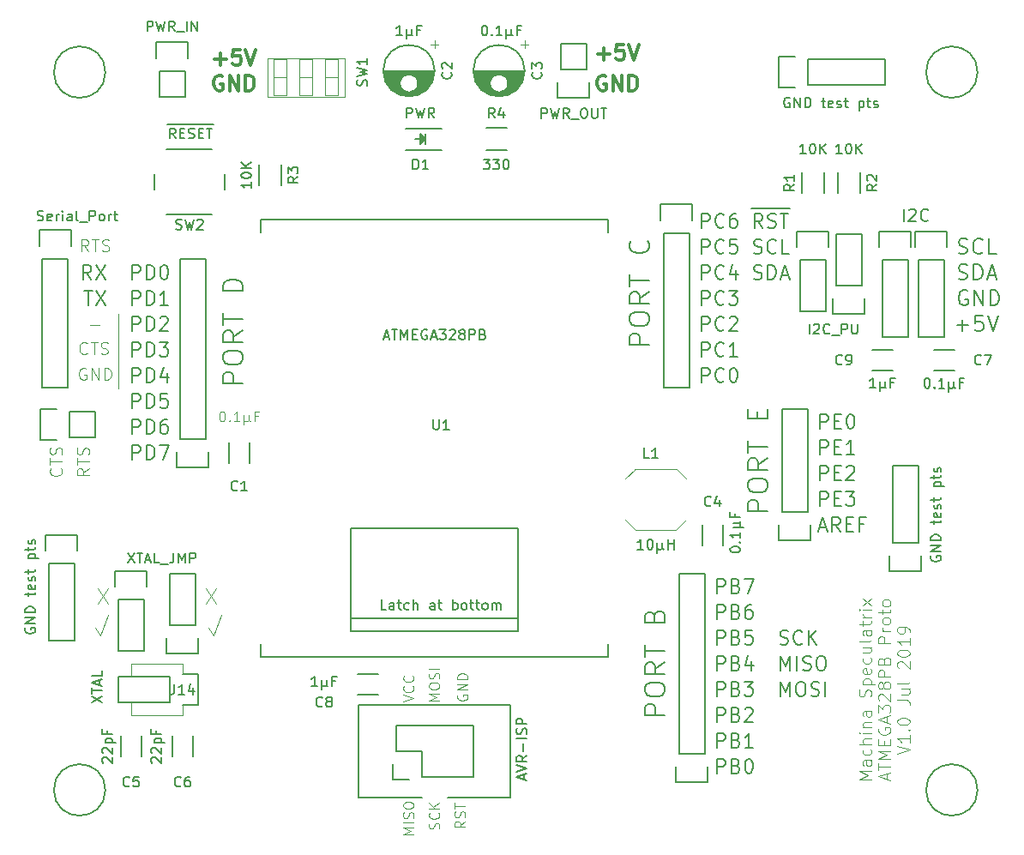
<source format=gbr>
G04 #@! TF.GenerationSoftware,KiCad,Pcbnew,(5.1.2-1)-1*
G04 #@! TF.CreationDate,2019-07-12T12:11:03+02:00*
G04 #@! TF.ProjectId,ATMEGA328PB Proto Board,41544d45-4741-4333-9238-50422050726f,rev?*
G04 #@! TF.SameCoordinates,Original*
G04 #@! TF.FileFunction,Legend,Top*
G04 #@! TF.FilePolarity,Positive*
%FSLAX46Y46*%
G04 Gerber Fmt 4.6, Leading zero omitted, Abs format (unit mm)*
G04 Created by KiCad (PCBNEW (5.1.2-1)-1) date 2019-07-12 12:11:03*
%MOMM*%
%LPD*%
G04 APERTURE LIST*
%ADD10C,0.100000*%
%ADD11C,0.120000*%
%ADD12C,0.200000*%
%ADD13C,0.300000*%
%ADD14C,0.150000*%
G04 APERTURE END LIST*
D10*
X79930571Y-96542142D02*
X79987714Y-96599285D01*
X80044857Y-96770714D01*
X80044857Y-96885000D01*
X79987714Y-97056428D01*
X79873428Y-97170714D01*
X79759142Y-97227857D01*
X79530571Y-97285000D01*
X79359142Y-97285000D01*
X79130571Y-97227857D01*
X79016285Y-97170714D01*
X78902000Y-97056428D01*
X78844857Y-96885000D01*
X78844857Y-96770714D01*
X78902000Y-96599285D01*
X78959142Y-96542142D01*
X78844857Y-96199285D02*
X78844857Y-95513571D01*
X80044857Y-95856428D02*
X78844857Y-95856428D01*
X79987714Y-95170714D02*
X80044857Y-94999285D01*
X80044857Y-94713571D01*
X79987714Y-94599285D01*
X79930571Y-94542142D01*
X79816285Y-94485000D01*
X79702000Y-94485000D01*
X79587714Y-94542142D01*
X79530571Y-94599285D01*
X79473428Y-94713571D01*
X79416285Y-94942142D01*
X79359142Y-95056428D01*
X79302000Y-95113571D01*
X79187714Y-95170714D01*
X79073428Y-95170714D01*
X78959142Y-95113571D01*
X78902000Y-95056428D01*
X78844857Y-94942142D01*
X78844857Y-94656428D01*
X78902000Y-94485000D01*
X82854857Y-82381714D02*
X83769142Y-82381714D01*
D11*
X85598000Y-81280000D02*
X85598000Y-88646000D01*
D10*
X82397714Y-86649000D02*
X82283428Y-86591857D01*
X82112000Y-86591857D01*
X81940571Y-86649000D01*
X81826285Y-86763285D01*
X81769142Y-86877571D01*
X81712000Y-87106142D01*
X81712000Y-87277571D01*
X81769142Y-87506142D01*
X81826285Y-87620428D01*
X81940571Y-87734714D01*
X82112000Y-87791857D01*
X82226285Y-87791857D01*
X82397714Y-87734714D01*
X82454857Y-87677571D01*
X82454857Y-87277571D01*
X82226285Y-87277571D01*
X82969142Y-87791857D02*
X82969142Y-86591857D01*
X83654857Y-87791857D01*
X83654857Y-86591857D01*
X84226285Y-87791857D02*
X84226285Y-86591857D01*
X84512000Y-86591857D01*
X84683428Y-86649000D01*
X84797714Y-86763285D01*
X84854857Y-86877571D01*
X84912000Y-87106142D01*
X84912000Y-87277571D01*
X84854857Y-87506142D01*
X84797714Y-87620428D01*
X84683428Y-87734714D01*
X84512000Y-87791857D01*
X84226285Y-87791857D01*
X82527857Y-85137571D02*
X82470714Y-85194714D01*
X82299285Y-85251857D01*
X82185000Y-85251857D01*
X82013571Y-85194714D01*
X81899285Y-85080428D01*
X81842142Y-84966142D01*
X81785000Y-84737571D01*
X81785000Y-84566142D01*
X81842142Y-84337571D01*
X81899285Y-84223285D01*
X82013571Y-84109000D01*
X82185000Y-84051857D01*
X82299285Y-84051857D01*
X82470714Y-84109000D01*
X82527857Y-84166142D01*
X82870714Y-84051857D02*
X83556428Y-84051857D01*
X83213571Y-85251857D02*
X83213571Y-84051857D01*
X83899285Y-85194714D02*
X84070714Y-85251857D01*
X84356428Y-85251857D01*
X84470714Y-85194714D01*
X84527857Y-85137571D01*
X84585000Y-85023285D01*
X84585000Y-84909000D01*
X84527857Y-84794714D01*
X84470714Y-84737571D01*
X84356428Y-84680428D01*
X84127857Y-84623285D01*
X84013571Y-84566142D01*
X83956428Y-84509000D01*
X83899285Y-84394714D01*
X83899285Y-84280428D01*
X83956428Y-84166142D01*
X84013571Y-84109000D01*
X84127857Y-84051857D01*
X84413571Y-84051857D01*
X84585000Y-84109000D01*
X82711857Y-96542142D02*
X82140428Y-96942142D01*
X82711857Y-97227857D02*
X81511857Y-97227857D01*
X81511857Y-96770714D01*
X81569000Y-96656428D01*
X81626142Y-96599285D01*
X81740428Y-96542142D01*
X81911857Y-96542142D01*
X82026142Y-96599285D01*
X82083285Y-96656428D01*
X82140428Y-96770714D01*
X82140428Y-97227857D01*
X81511857Y-96199285D02*
X81511857Y-95513571D01*
X82711857Y-95856428D02*
X81511857Y-95856428D01*
X82654714Y-95170714D02*
X82711857Y-94999285D01*
X82711857Y-94713571D01*
X82654714Y-94599285D01*
X82597571Y-94542142D01*
X82483285Y-94485000D01*
X82369000Y-94485000D01*
X82254714Y-94542142D01*
X82197571Y-94599285D01*
X82140428Y-94713571D01*
X82083285Y-94942142D01*
X82026142Y-95056428D01*
X81969000Y-95113571D01*
X81854714Y-95170714D01*
X81740428Y-95170714D01*
X81626142Y-95113571D01*
X81569000Y-95056428D01*
X81511857Y-94942142D01*
X81511857Y-94656428D01*
X81569000Y-94485000D01*
X82654857Y-75091857D02*
X82254857Y-74520428D01*
X81969142Y-75091857D02*
X81969142Y-73891857D01*
X82426285Y-73891857D01*
X82540571Y-73949000D01*
X82597714Y-74006142D01*
X82654857Y-74120428D01*
X82654857Y-74291857D01*
X82597714Y-74406142D01*
X82540571Y-74463285D01*
X82426285Y-74520428D01*
X81969142Y-74520428D01*
X82997714Y-73891857D02*
X83683428Y-73891857D01*
X83340571Y-75091857D02*
X83340571Y-73891857D01*
X84026285Y-75034714D02*
X84197714Y-75091857D01*
X84483428Y-75091857D01*
X84597714Y-75034714D01*
X84654857Y-74977571D01*
X84712000Y-74863285D01*
X84712000Y-74749000D01*
X84654857Y-74634714D01*
X84597714Y-74577571D01*
X84483428Y-74520428D01*
X84254857Y-74463285D01*
X84140571Y-74406142D01*
X84083428Y-74349000D01*
X84026285Y-74234714D01*
X84026285Y-74120428D01*
X84083428Y-74006142D01*
X84140571Y-73949000D01*
X84254857Y-73891857D01*
X84540571Y-73891857D01*
X84712000Y-73949000D01*
D11*
X83312000Y-112268000D02*
X83820000Y-113030000D01*
X83820000Y-113030000D02*
X84582000Y-110998000D01*
X94996000Y-113030000D02*
X95758000Y-110998000D01*
X94488000Y-112268000D02*
X94996000Y-113030000D01*
D10*
X83574000Y-108398571D02*
X84574000Y-109898571D01*
X84574000Y-108398571D02*
X83574000Y-109898571D01*
X94242000Y-108398571D02*
X95242000Y-109898571D01*
X95242000Y-108398571D02*
X94242000Y-109898571D01*
X116459047Y-54681428D02*
X117220952Y-54681428D01*
X116840000Y-55062380D02*
X116840000Y-54300476D01*
X125349047Y-54681428D02*
X126110952Y-54681428D01*
X125730000Y-55062380D02*
X125730000Y-54300476D01*
D11*
X91948000Y-120904000D02*
X91948000Y-119914000D01*
X86868000Y-120904000D02*
X91948000Y-120904000D01*
X86868000Y-119634000D02*
X86868000Y-120904000D01*
X91948000Y-115824000D02*
X91948000Y-116814000D01*
X86868000Y-115824000D02*
X91948000Y-115824000D01*
X86868000Y-117094000D02*
X86868000Y-115824000D01*
D10*
X159932857Y-127221142D02*
X158732857Y-127221142D01*
X159590000Y-126821142D01*
X158732857Y-126421142D01*
X159932857Y-126421142D01*
X159932857Y-125335428D02*
X159304285Y-125335428D01*
X159190000Y-125392571D01*
X159132857Y-125506857D01*
X159132857Y-125735428D01*
X159190000Y-125849714D01*
X159875714Y-125335428D02*
X159932857Y-125449714D01*
X159932857Y-125735428D01*
X159875714Y-125849714D01*
X159761428Y-125906857D01*
X159647142Y-125906857D01*
X159532857Y-125849714D01*
X159475714Y-125735428D01*
X159475714Y-125449714D01*
X159418571Y-125335428D01*
X159875714Y-124249714D02*
X159932857Y-124364000D01*
X159932857Y-124592571D01*
X159875714Y-124706857D01*
X159818571Y-124764000D01*
X159704285Y-124821142D01*
X159361428Y-124821142D01*
X159247142Y-124764000D01*
X159190000Y-124706857D01*
X159132857Y-124592571D01*
X159132857Y-124364000D01*
X159190000Y-124249714D01*
X159932857Y-123735428D02*
X158732857Y-123735428D01*
X159932857Y-123221142D02*
X159304285Y-123221142D01*
X159190000Y-123278285D01*
X159132857Y-123392571D01*
X159132857Y-123564000D01*
X159190000Y-123678285D01*
X159247142Y-123735428D01*
X159932857Y-122649714D02*
X159132857Y-122649714D01*
X158732857Y-122649714D02*
X158790000Y-122706857D01*
X158847142Y-122649714D01*
X158790000Y-122592571D01*
X158732857Y-122649714D01*
X158847142Y-122649714D01*
X159132857Y-122078285D02*
X159932857Y-122078285D01*
X159247142Y-122078285D02*
X159190000Y-122021142D01*
X159132857Y-121906857D01*
X159132857Y-121735428D01*
X159190000Y-121621142D01*
X159304285Y-121564000D01*
X159932857Y-121564000D01*
X159932857Y-120478285D02*
X159304285Y-120478285D01*
X159190000Y-120535428D01*
X159132857Y-120649714D01*
X159132857Y-120878285D01*
X159190000Y-120992571D01*
X159875714Y-120478285D02*
X159932857Y-120592571D01*
X159932857Y-120878285D01*
X159875714Y-120992571D01*
X159761428Y-121049714D01*
X159647142Y-121049714D01*
X159532857Y-120992571D01*
X159475714Y-120878285D01*
X159475714Y-120592571D01*
X159418571Y-120478285D01*
X159875714Y-119049714D02*
X159932857Y-118878285D01*
X159932857Y-118592571D01*
X159875714Y-118478285D01*
X159818571Y-118421142D01*
X159704285Y-118364000D01*
X159590000Y-118364000D01*
X159475714Y-118421142D01*
X159418571Y-118478285D01*
X159361428Y-118592571D01*
X159304285Y-118821142D01*
X159247142Y-118935428D01*
X159190000Y-118992571D01*
X159075714Y-119049714D01*
X158961428Y-119049714D01*
X158847142Y-118992571D01*
X158790000Y-118935428D01*
X158732857Y-118821142D01*
X158732857Y-118535428D01*
X158790000Y-118364000D01*
X159132857Y-117849714D02*
X160332857Y-117849714D01*
X159190000Y-117849714D02*
X159132857Y-117735428D01*
X159132857Y-117506857D01*
X159190000Y-117392571D01*
X159247142Y-117335428D01*
X159361428Y-117278285D01*
X159704285Y-117278285D01*
X159818571Y-117335428D01*
X159875714Y-117392571D01*
X159932857Y-117506857D01*
X159932857Y-117735428D01*
X159875714Y-117849714D01*
X159875714Y-116306857D02*
X159932857Y-116421142D01*
X159932857Y-116649714D01*
X159875714Y-116764000D01*
X159761428Y-116821142D01*
X159304285Y-116821142D01*
X159190000Y-116764000D01*
X159132857Y-116649714D01*
X159132857Y-116421142D01*
X159190000Y-116306857D01*
X159304285Y-116249714D01*
X159418571Y-116249714D01*
X159532857Y-116821142D01*
X159875714Y-115221142D02*
X159932857Y-115335428D01*
X159932857Y-115564000D01*
X159875714Y-115678285D01*
X159818571Y-115735428D01*
X159704285Y-115792571D01*
X159361428Y-115792571D01*
X159247142Y-115735428D01*
X159190000Y-115678285D01*
X159132857Y-115564000D01*
X159132857Y-115335428D01*
X159190000Y-115221142D01*
X159132857Y-114192571D02*
X159932857Y-114192571D01*
X159132857Y-114706857D02*
X159761428Y-114706857D01*
X159875714Y-114649714D01*
X159932857Y-114535428D01*
X159932857Y-114364000D01*
X159875714Y-114249714D01*
X159818571Y-114192571D01*
X159932857Y-113449714D02*
X159875714Y-113564000D01*
X159761428Y-113621142D01*
X158732857Y-113621142D01*
X159932857Y-112478285D02*
X159304285Y-112478285D01*
X159190000Y-112535428D01*
X159132857Y-112649714D01*
X159132857Y-112878285D01*
X159190000Y-112992571D01*
X159875714Y-112478285D02*
X159932857Y-112592571D01*
X159932857Y-112878285D01*
X159875714Y-112992571D01*
X159761428Y-113049714D01*
X159647142Y-113049714D01*
X159532857Y-112992571D01*
X159475714Y-112878285D01*
X159475714Y-112592571D01*
X159418571Y-112478285D01*
X159132857Y-112078285D02*
X159132857Y-111621142D01*
X158732857Y-111906857D02*
X159761428Y-111906857D01*
X159875714Y-111849714D01*
X159932857Y-111735428D01*
X159932857Y-111621142D01*
X159932857Y-111221142D02*
X159132857Y-111221142D01*
X159361428Y-111221142D02*
X159247142Y-111164000D01*
X159190000Y-111106857D01*
X159132857Y-110992571D01*
X159132857Y-110878285D01*
X159932857Y-110478285D02*
X159132857Y-110478285D01*
X158732857Y-110478285D02*
X158790000Y-110535428D01*
X158847142Y-110478285D01*
X158790000Y-110421142D01*
X158732857Y-110478285D01*
X158847142Y-110478285D01*
X159932857Y-110021142D02*
X159132857Y-109392571D01*
X159132857Y-110021142D02*
X159932857Y-109392571D01*
X161490000Y-127221142D02*
X161490000Y-126649714D01*
X161832857Y-127335428D02*
X160632857Y-126935428D01*
X161832857Y-126535428D01*
X160632857Y-126306857D02*
X160632857Y-125621142D01*
X161832857Y-125964000D02*
X160632857Y-125964000D01*
X161832857Y-125221142D02*
X160632857Y-125221142D01*
X161490000Y-124821142D01*
X160632857Y-124421142D01*
X161832857Y-124421142D01*
X161204285Y-123849714D02*
X161204285Y-123449714D01*
X161832857Y-123278285D02*
X161832857Y-123849714D01*
X160632857Y-123849714D01*
X160632857Y-123278285D01*
X160690000Y-122135428D02*
X160632857Y-122249714D01*
X160632857Y-122421142D01*
X160690000Y-122592571D01*
X160804285Y-122706857D01*
X160918571Y-122764000D01*
X161147142Y-122821142D01*
X161318571Y-122821142D01*
X161547142Y-122764000D01*
X161661428Y-122706857D01*
X161775714Y-122592571D01*
X161832857Y-122421142D01*
X161832857Y-122306857D01*
X161775714Y-122135428D01*
X161718571Y-122078285D01*
X161318571Y-122078285D01*
X161318571Y-122306857D01*
X161490000Y-121621142D02*
X161490000Y-121049714D01*
X161832857Y-121735428D02*
X160632857Y-121335428D01*
X161832857Y-120935428D01*
X160632857Y-120649714D02*
X160632857Y-119906857D01*
X161090000Y-120306857D01*
X161090000Y-120135428D01*
X161147142Y-120021142D01*
X161204285Y-119964000D01*
X161318571Y-119906857D01*
X161604285Y-119906857D01*
X161718571Y-119964000D01*
X161775714Y-120021142D01*
X161832857Y-120135428D01*
X161832857Y-120478285D01*
X161775714Y-120592571D01*
X161718571Y-120649714D01*
X160747142Y-119449714D02*
X160690000Y-119392571D01*
X160632857Y-119278285D01*
X160632857Y-118992571D01*
X160690000Y-118878285D01*
X160747142Y-118821142D01*
X160861428Y-118764000D01*
X160975714Y-118764000D01*
X161147142Y-118821142D01*
X161832857Y-119506857D01*
X161832857Y-118764000D01*
X161147142Y-118078285D02*
X161090000Y-118192571D01*
X161032857Y-118249714D01*
X160918571Y-118306857D01*
X160861428Y-118306857D01*
X160747142Y-118249714D01*
X160690000Y-118192571D01*
X160632857Y-118078285D01*
X160632857Y-117849714D01*
X160690000Y-117735428D01*
X160747142Y-117678285D01*
X160861428Y-117621142D01*
X160918571Y-117621142D01*
X161032857Y-117678285D01*
X161090000Y-117735428D01*
X161147142Y-117849714D01*
X161147142Y-118078285D01*
X161204285Y-118192571D01*
X161261428Y-118249714D01*
X161375714Y-118306857D01*
X161604285Y-118306857D01*
X161718571Y-118249714D01*
X161775714Y-118192571D01*
X161832857Y-118078285D01*
X161832857Y-117849714D01*
X161775714Y-117735428D01*
X161718571Y-117678285D01*
X161604285Y-117621142D01*
X161375714Y-117621142D01*
X161261428Y-117678285D01*
X161204285Y-117735428D01*
X161147142Y-117849714D01*
X161832857Y-117106857D02*
X160632857Y-117106857D01*
X160632857Y-116649714D01*
X160690000Y-116535428D01*
X160747142Y-116478285D01*
X160861428Y-116421142D01*
X161032857Y-116421142D01*
X161147142Y-116478285D01*
X161204285Y-116535428D01*
X161261428Y-116649714D01*
X161261428Y-117106857D01*
X161204285Y-115506857D02*
X161261428Y-115335428D01*
X161318571Y-115278285D01*
X161432857Y-115221142D01*
X161604285Y-115221142D01*
X161718571Y-115278285D01*
X161775714Y-115335428D01*
X161832857Y-115449714D01*
X161832857Y-115906857D01*
X160632857Y-115906857D01*
X160632857Y-115506857D01*
X160690000Y-115392571D01*
X160747142Y-115335428D01*
X160861428Y-115278285D01*
X160975714Y-115278285D01*
X161090000Y-115335428D01*
X161147142Y-115392571D01*
X161204285Y-115506857D01*
X161204285Y-115906857D01*
X161832857Y-113792571D02*
X160632857Y-113792571D01*
X160632857Y-113335428D01*
X160690000Y-113221142D01*
X160747142Y-113164000D01*
X160861428Y-113106857D01*
X161032857Y-113106857D01*
X161147142Y-113164000D01*
X161204285Y-113221142D01*
X161261428Y-113335428D01*
X161261428Y-113792571D01*
X161832857Y-112592571D02*
X161032857Y-112592571D01*
X161261428Y-112592571D02*
X161147142Y-112535428D01*
X161090000Y-112478285D01*
X161032857Y-112364000D01*
X161032857Y-112249714D01*
X161832857Y-111678285D02*
X161775714Y-111792571D01*
X161718571Y-111849714D01*
X161604285Y-111906857D01*
X161261428Y-111906857D01*
X161147142Y-111849714D01*
X161090000Y-111792571D01*
X161032857Y-111678285D01*
X161032857Y-111506857D01*
X161090000Y-111392571D01*
X161147142Y-111335428D01*
X161261428Y-111278285D01*
X161604285Y-111278285D01*
X161718571Y-111335428D01*
X161775714Y-111392571D01*
X161832857Y-111506857D01*
X161832857Y-111678285D01*
X161032857Y-110935428D02*
X161032857Y-110478285D01*
X160632857Y-110764000D02*
X161661428Y-110764000D01*
X161775714Y-110706857D01*
X161832857Y-110592571D01*
X161832857Y-110478285D01*
X161832857Y-109906857D02*
X161775714Y-110021142D01*
X161718571Y-110078285D01*
X161604285Y-110135428D01*
X161261428Y-110135428D01*
X161147142Y-110078285D01*
X161090000Y-110021142D01*
X161032857Y-109906857D01*
X161032857Y-109735428D01*
X161090000Y-109621142D01*
X161147142Y-109564000D01*
X161261428Y-109506857D01*
X161604285Y-109506857D01*
X161718571Y-109564000D01*
X161775714Y-109621142D01*
X161832857Y-109735428D01*
X161832857Y-109906857D01*
X162532857Y-124706857D02*
X163732857Y-124306857D01*
X162532857Y-123906857D01*
X163732857Y-122878285D02*
X163732857Y-123564000D01*
X163732857Y-123221142D02*
X162532857Y-123221142D01*
X162704285Y-123335428D01*
X162818571Y-123449714D01*
X162875714Y-123564000D01*
X163618571Y-122364000D02*
X163675714Y-122306857D01*
X163732857Y-122364000D01*
X163675714Y-122421142D01*
X163618571Y-122364000D01*
X163732857Y-122364000D01*
X162532857Y-121564000D02*
X162532857Y-121449714D01*
X162590000Y-121335428D01*
X162647142Y-121278285D01*
X162761428Y-121221142D01*
X162990000Y-121164000D01*
X163275714Y-121164000D01*
X163504285Y-121221142D01*
X163618571Y-121278285D01*
X163675714Y-121335428D01*
X163732857Y-121449714D01*
X163732857Y-121564000D01*
X163675714Y-121678285D01*
X163618571Y-121735428D01*
X163504285Y-121792571D01*
X163275714Y-121849714D01*
X162990000Y-121849714D01*
X162761428Y-121792571D01*
X162647142Y-121735428D01*
X162590000Y-121678285D01*
X162532857Y-121564000D01*
X162532857Y-119392571D02*
X163390000Y-119392571D01*
X163561428Y-119449714D01*
X163675714Y-119564000D01*
X163732857Y-119735428D01*
X163732857Y-119849714D01*
X162932857Y-118306857D02*
X163732857Y-118306857D01*
X162932857Y-118821142D02*
X163561428Y-118821142D01*
X163675714Y-118764000D01*
X163732857Y-118649714D01*
X163732857Y-118478285D01*
X163675714Y-118364000D01*
X163618571Y-118306857D01*
X163732857Y-117564000D02*
X163675714Y-117678285D01*
X163561428Y-117735428D01*
X162532857Y-117735428D01*
X162647142Y-116249714D02*
X162590000Y-116192571D01*
X162532857Y-116078285D01*
X162532857Y-115792571D01*
X162590000Y-115678285D01*
X162647142Y-115621142D01*
X162761428Y-115564000D01*
X162875714Y-115564000D01*
X163047142Y-115621142D01*
X163732857Y-116306857D01*
X163732857Y-115564000D01*
X162532857Y-114821142D02*
X162532857Y-114706857D01*
X162590000Y-114592571D01*
X162647142Y-114535428D01*
X162761428Y-114478285D01*
X162990000Y-114421142D01*
X163275714Y-114421142D01*
X163504285Y-114478285D01*
X163618571Y-114535428D01*
X163675714Y-114592571D01*
X163732857Y-114706857D01*
X163732857Y-114821142D01*
X163675714Y-114935428D01*
X163618571Y-114992571D01*
X163504285Y-115049714D01*
X163275714Y-115106857D01*
X162990000Y-115106857D01*
X162761428Y-115049714D01*
X162647142Y-114992571D01*
X162590000Y-114935428D01*
X162532857Y-114821142D01*
X163732857Y-113278285D02*
X163732857Y-113964000D01*
X163732857Y-113621142D02*
X162532857Y-113621142D01*
X162704285Y-113735428D01*
X162818571Y-113849714D01*
X162875714Y-113964000D01*
X163732857Y-112706857D02*
X163732857Y-112478285D01*
X163675714Y-112364000D01*
X163618571Y-112306857D01*
X163447142Y-112192571D01*
X163218571Y-112135428D01*
X162761428Y-112135428D01*
X162647142Y-112192571D01*
X162590000Y-112249714D01*
X162532857Y-112364000D01*
X162532857Y-112592571D01*
X162590000Y-112706857D01*
X162647142Y-112764000D01*
X162761428Y-112821142D01*
X163047142Y-112821142D01*
X163161428Y-112764000D01*
X163218571Y-112706857D01*
X163275714Y-112592571D01*
X163275714Y-112364000D01*
X163218571Y-112249714D01*
X163161428Y-112192571D01*
X163047142Y-112135428D01*
D12*
X154828666Y-102341333D02*
X155495333Y-102341333D01*
X154695333Y-102741333D02*
X155162000Y-101341333D01*
X155628666Y-102741333D01*
X156895333Y-102741333D02*
X156428666Y-102074666D01*
X156095333Y-102741333D02*
X156095333Y-101341333D01*
X156628666Y-101341333D01*
X156762000Y-101408000D01*
X156828666Y-101474666D01*
X156895333Y-101608000D01*
X156895333Y-101808000D01*
X156828666Y-101941333D01*
X156762000Y-102008000D01*
X156628666Y-102074666D01*
X156095333Y-102074666D01*
X157495333Y-102008000D02*
X157962000Y-102008000D01*
X158162000Y-102741333D02*
X157495333Y-102741333D01*
X157495333Y-101341333D01*
X158162000Y-101341333D01*
X159228666Y-102008000D02*
X158762000Y-102008000D01*
X158762000Y-102741333D02*
X158762000Y-101341333D01*
X159428666Y-101341333D01*
X154895333Y-100201333D02*
X154895333Y-98801333D01*
X155428666Y-98801333D01*
X155562000Y-98868000D01*
X155628666Y-98934666D01*
X155695333Y-99068000D01*
X155695333Y-99268000D01*
X155628666Y-99401333D01*
X155562000Y-99468000D01*
X155428666Y-99534666D01*
X154895333Y-99534666D01*
X156295333Y-99468000D02*
X156762000Y-99468000D01*
X156962000Y-100201333D02*
X156295333Y-100201333D01*
X156295333Y-98801333D01*
X156962000Y-98801333D01*
X157428666Y-98801333D02*
X158295333Y-98801333D01*
X157828666Y-99334666D01*
X158028666Y-99334666D01*
X158162000Y-99401333D01*
X158228666Y-99468000D01*
X158295333Y-99601333D01*
X158295333Y-99934666D01*
X158228666Y-100068000D01*
X158162000Y-100134666D01*
X158028666Y-100201333D01*
X157628666Y-100201333D01*
X157495333Y-100134666D01*
X157428666Y-100068000D01*
X154895333Y-97661333D02*
X154895333Y-96261333D01*
X155428666Y-96261333D01*
X155562000Y-96328000D01*
X155628666Y-96394666D01*
X155695333Y-96528000D01*
X155695333Y-96728000D01*
X155628666Y-96861333D01*
X155562000Y-96928000D01*
X155428666Y-96994666D01*
X154895333Y-96994666D01*
X156295333Y-96928000D02*
X156762000Y-96928000D01*
X156962000Y-97661333D02*
X156295333Y-97661333D01*
X156295333Y-96261333D01*
X156962000Y-96261333D01*
X157495333Y-96394666D02*
X157562000Y-96328000D01*
X157695333Y-96261333D01*
X158028666Y-96261333D01*
X158162000Y-96328000D01*
X158228666Y-96394666D01*
X158295333Y-96528000D01*
X158295333Y-96661333D01*
X158228666Y-96861333D01*
X157428666Y-97661333D01*
X158295333Y-97661333D01*
X154895333Y-95121333D02*
X154895333Y-93721333D01*
X155428666Y-93721333D01*
X155562000Y-93788000D01*
X155628666Y-93854666D01*
X155695333Y-93988000D01*
X155695333Y-94188000D01*
X155628666Y-94321333D01*
X155562000Y-94388000D01*
X155428666Y-94454666D01*
X154895333Y-94454666D01*
X156295333Y-94388000D02*
X156762000Y-94388000D01*
X156962000Y-95121333D02*
X156295333Y-95121333D01*
X156295333Y-93721333D01*
X156962000Y-93721333D01*
X158295333Y-95121333D02*
X157495333Y-95121333D01*
X157895333Y-95121333D02*
X157895333Y-93721333D01*
X157762000Y-93921333D01*
X157628666Y-94054666D01*
X157495333Y-94121333D01*
X154895333Y-92581333D02*
X154895333Y-91181333D01*
X155428666Y-91181333D01*
X155562000Y-91248000D01*
X155628666Y-91314666D01*
X155695333Y-91448000D01*
X155695333Y-91648000D01*
X155628666Y-91781333D01*
X155562000Y-91848000D01*
X155428666Y-91914666D01*
X154895333Y-91914666D01*
X156295333Y-91848000D02*
X156762000Y-91848000D01*
X156962000Y-92581333D02*
X156295333Y-92581333D01*
X156295333Y-91181333D01*
X156962000Y-91181333D01*
X157828666Y-91181333D02*
X157962000Y-91181333D01*
X158095333Y-91248000D01*
X158162000Y-91314666D01*
X158228666Y-91448000D01*
X158295333Y-91714666D01*
X158295333Y-92048000D01*
X158228666Y-92314666D01*
X158162000Y-92448000D01*
X158095333Y-92514666D01*
X157962000Y-92581333D01*
X157828666Y-92581333D01*
X157695333Y-92514666D01*
X157628666Y-92448000D01*
X157562000Y-92314666D01*
X157495333Y-92048000D01*
X157495333Y-91714666D01*
X157562000Y-91448000D01*
X157628666Y-91314666D01*
X157695333Y-91248000D01*
X157828666Y-91181333D01*
X144735333Y-108837333D02*
X144735333Y-107437333D01*
X145268666Y-107437333D01*
X145402000Y-107504000D01*
X145468666Y-107570666D01*
X145535333Y-107704000D01*
X145535333Y-107904000D01*
X145468666Y-108037333D01*
X145402000Y-108104000D01*
X145268666Y-108170666D01*
X144735333Y-108170666D01*
X146602000Y-108104000D02*
X146802000Y-108170666D01*
X146868666Y-108237333D01*
X146935333Y-108370666D01*
X146935333Y-108570666D01*
X146868666Y-108704000D01*
X146802000Y-108770666D01*
X146668666Y-108837333D01*
X146135333Y-108837333D01*
X146135333Y-107437333D01*
X146602000Y-107437333D01*
X146735333Y-107504000D01*
X146802000Y-107570666D01*
X146868666Y-107704000D01*
X146868666Y-107837333D01*
X146802000Y-107970666D01*
X146735333Y-108037333D01*
X146602000Y-108104000D01*
X146135333Y-108104000D01*
X147402000Y-107437333D02*
X148335333Y-107437333D01*
X147735333Y-108837333D01*
X144735333Y-111377333D02*
X144735333Y-109977333D01*
X145268666Y-109977333D01*
X145402000Y-110044000D01*
X145468666Y-110110666D01*
X145535333Y-110244000D01*
X145535333Y-110444000D01*
X145468666Y-110577333D01*
X145402000Y-110644000D01*
X145268666Y-110710666D01*
X144735333Y-110710666D01*
X146602000Y-110644000D02*
X146802000Y-110710666D01*
X146868666Y-110777333D01*
X146935333Y-110910666D01*
X146935333Y-111110666D01*
X146868666Y-111244000D01*
X146802000Y-111310666D01*
X146668666Y-111377333D01*
X146135333Y-111377333D01*
X146135333Y-109977333D01*
X146602000Y-109977333D01*
X146735333Y-110044000D01*
X146802000Y-110110666D01*
X146868666Y-110244000D01*
X146868666Y-110377333D01*
X146802000Y-110510666D01*
X146735333Y-110577333D01*
X146602000Y-110644000D01*
X146135333Y-110644000D01*
X148135333Y-109977333D02*
X147868666Y-109977333D01*
X147735333Y-110044000D01*
X147668666Y-110110666D01*
X147535333Y-110310666D01*
X147468666Y-110577333D01*
X147468666Y-111110666D01*
X147535333Y-111244000D01*
X147602000Y-111310666D01*
X147735333Y-111377333D01*
X148002000Y-111377333D01*
X148135333Y-111310666D01*
X148202000Y-111244000D01*
X148268666Y-111110666D01*
X148268666Y-110777333D01*
X148202000Y-110644000D01*
X148135333Y-110577333D01*
X148002000Y-110510666D01*
X147735333Y-110510666D01*
X147602000Y-110577333D01*
X147535333Y-110644000D01*
X147468666Y-110777333D01*
X144735333Y-113917333D02*
X144735333Y-112517333D01*
X145268666Y-112517333D01*
X145402000Y-112584000D01*
X145468666Y-112650666D01*
X145535333Y-112784000D01*
X145535333Y-112984000D01*
X145468666Y-113117333D01*
X145402000Y-113184000D01*
X145268666Y-113250666D01*
X144735333Y-113250666D01*
X146602000Y-113184000D02*
X146802000Y-113250666D01*
X146868666Y-113317333D01*
X146935333Y-113450666D01*
X146935333Y-113650666D01*
X146868666Y-113784000D01*
X146802000Y-113850666D01*
X146668666Y-113917333D01*
X146135333Y-113917333D01*
X146135333Y-112517333D01*
X146602000Y-112517333D01*
X146735333Y-112584000D01*
X146802000Y-112650666D01*
X146868666Y-112784000D01*
X146868666Y-112917333D01*
X146802000Y-113050666D01*
X146735333Y-113117333D01*
X146602000Y-113184000D01*
X146135333Y-113184000D01*
X148202000Y-112517333D02*
X147535333Y-112517333D01*
X147468666Y-113184000D01*
X147535333Y-113117333D01*
X147668666Y-113050666D01*
X148002000Y-113050666D01*
X148135333Y-113117333D01*
X148202000Y-113184000D01*
X148268666Y-113317333D01*
X148268666Y-113650666D01*
X148202000Y-113784000D01*
X148135333Y-113850666D01*
X148002000Y-113917333D01*
X147668666Y-113917333D01*
X147535333Y-113850666D01*
X147468666Y-113784000D01*
X150935333Y-113850666D02*
X151135333Y-113917333D01*
X151468666Y-113917333D01*
X151602000Y-113850666D01*
X151668666Y-113784000D01*
X151735333Y-113650666D01*
X151735333Y-113517333D01*
X151668666Y-113384000D01*
X151602000Y-113317333D01*
X151468666Y-113250666D01*
X151202000Y-113184000D01*
X151068666Y-113117333D01*
X151002000Y-113050666D01*
X150935333Y-112917333D01*
X150935333Y-112784000D01*
X151002000Y-112650666D01*
X151068666Y-112584000D01*
X151202000Y-112517333D01*
X151535333Y-112517333D01*
X151735333Y-112584000D01*
X153135333Y-113784000D02*
X153068666Y-113850666D01*
X152868666Y-113917333D01*
X152735333Y-113917333D01*
X152535333Y-113850666D01*
X152402000Y-113717333D01*
X152335333Y-113584000D01*
X152268666Y-113317333D01*
X152268666Y-113117333D01*
X152335333Y-112850666D01*
X152402000Y-112717333D01*
X152535333Y-112584000D01*
X152735333Y-112517333D01*
X152868666Y-112517333D01*
X153068666Y-112584000D01*
X153135333Y-112650666D01*
X153735333Y-113917333D02*
X153735333Y-112517333D01*
X154535333Y-113917333D02*
X153935333Y-113117333D01*
X154535333Y-112517333D02*
X153735333Y-113317333D01*
X144735333Y-116457333D02*
X144735333Y-115057333D01*
X145268666Y-115057333D01*
X145402000Y-115124000D01*
X145468666Y-115190666D01*
X145535333Y-115324000D01*
X145535333Y-115524000D01*
X145468666Y-115657333D01*
X145402000Y-115724000D01*
X145268666Y-115790666D01*
X144735333Y-115790666D01*
X146602000Y-115724000D02*
X146802000Y-115790666D01*
X146868666Y-115857333D01*
X146935333Y-115990666D01*
X146935333Y-116190666D01*
X146868666Y-116324000D01*
X146802000Y-116390666D01*
X146668666Y-116457333D01*
X146135333Y-116457333D01*
X146135333Y-115057333D01*
X146602000Y-115057333D01*
X146735333Y-115124000D01*
X146802000Y-115190666D01*
X146868666Y-115324000D01*
X146868666Y-115457333D01*
X146802000Y-115590666D01*
X146735333Y-115657333D01*
X146602000Y-115724000D01*
X146135333Y-115724000D01*
X148135333Y-115524000D02*
X148135333Y-116457333D01*
X147802000Y-114990666D02*
X147468666Y-115990666D01*
X148335333Y-115990666D01*
X151002000Y-116457333D02*
X151002000Y-115057333D01*
X151468666Y-116057333D01*
X151935333Y-115057333D01*
X151935333Y-116457333D01*
X152602000Y-116457333D02*
X152602000Y-115057333D01*
X153202000Y-116390666D02*
X153402000Y-116457333D01*
X153735333Y-116457333D01*
X153868666Y-116390666D01*
X153935333Y-116324000D01*
X154002000Y-116190666D01*
X154002000Y-116057333D01*
X153935333Y-115924000D01*
X153868666Y-115857333D01*
X153735333Y-115790666D01*
X153468666Y-115724000D01*
X153335333Y-115657333D01*
X153268666Y-115590666D01*
X153202000Y-115457333D01*
X153202000Y-115324000D01*
X153268666Y-115190666D01*
X153335333Y-115124000D01*
X153468666Y-115057333D01*
X153802000Y-115057333D01*
X154002000Y-115124000D01*
X154868666Y-115057333D02*
X155135333Y-115057333D01*
X155268666Y-115124000D01*
X155402000Y-115257333D01*
X155468666Y-115524000D01*
X155468666Y-115990666D01*
X155402000Y-116257333D01*
X155268666Y-116390666D01*
X155135333Y-116457333D01*
X154868666Y-116457333D01*
X154735333Y-116390666D01*
X154602000Y-116257333D01*
X154535333Y-115990666D01*
X154535333Y-115524000D01*
X154602000Y-115257333D01*
X154735333Y-115124000D01*
X154868666Y-115057333D01*
X144735333Y-118997333D02*
X144735333Y-117597333D01*
X145268666Y-117597333D01*
X145402000Y-117664000D01*
X145468666Y-117730666D01*
X145535333Y-117864000D01*
X145535333Y-118064000D01*
X145468666Y-118197333D01*
X145402000Y-118264000D01*
X145268666Y-118330666D01*
X144735333Y-118330666D01*
X146602000Y-118264000D02*
X146802000Y-118330666D01*
X146868666Y-118397333D01*
X146935333Y-118530666D01*
X146935333Y-118730666D01*
X146868666Y-118864000D01*
X146802000Y-118930666D01*
X146668666Y-118997333D01*
X146135333Y-118997333D01*
X146135333Y-117597333D01*
X146602000Y-117597333D01*
X146735333Y-117664000D01*
X146802000Y-117730666D01*
X146868666Y-117864000D01*
X146868666Y-117997333D01*
X146802000Y-118130666D01*
X146735333Y-118197333D01*
X146602000Y-118264000D01*
X146135333Y-118264000D01*
X147402000Y-117597333D02*
X148268666Y-117597333D01*
X147802000Y-118130666D01*
X148002000Y-118130666D01*
X148135333Y-118197333D01*
X148202000Y-118264000D01*
X148268666Y-118397333D01*
X148268666Y-118730666D01*
X148202000Y-118864000D01*
X148135333Y-118930666D01*
X148002000Y-118997333D01*
X147602000Y-118997333D01*
X147468666Y-118930666D01*
X147402000Y-118864000D01*
X151002000Y-118997333D02*
X151002000Y-117597333D01*
X151468666Y-118597333D01*
X151935333Y-117597333D01*
X151935333Y-118997333D01*
X152868666Y-117597333D02*
X153135333Y-117597333D01*
X153268666Y-117664000D01*
X153402000Y-117797333D01*
X153468666Y-118064000D01*
X153468666Y-118530666D01*
X153402000Y-118797333D01*
X153268666Y-118930666D01*
X153135333Y-118997333D01*
X152868666Y-118997333D01*
X152735333Y-118930666D01*
X152602000Y-118797333D01*
X152535333Y-118530666D01*
X152535333Y-118064000D01*
X152602000Y-117797333D01*
X152735333Y-117664000D01*
X152868666Y-117597333D01*
X154002000Y-118930666D02*
X154202000Y-118997333D01*
X154535333Y-118997333D01*
X154668666Y-118930666D01*
X154735333Y-118864000D01*
X154802000Y-118730666D01*
X154802000Y-118597333D01*
X154735333Y-118464000D01*
X154668666Y-118397333D01*
X154535333Y-118330666D01*
X154268666Y-118264000D01*
X154135333Y-118197333D01*
X154068666Y-118130666D01*
X154002000Y-117997333D01*
X154002000Y-117864000D01*
X154068666Y-117730666D01*
X154135333Y-117664000D01*
X154268666Y-117597333D01*
X154602000Y-117597333D01*
X154802000Y-117664000D01*
X155402000Y-118997333D02*
X155402000Y-117597333D01*
X144735333Y-126617333D02*
X144735333Y-125217333D01*
X145268666Y-125217333D01*
X145402000Y-125284000D01*
X145468666Y-125350666D01*
X145535333Y-125484000D01*
X145535333Y-125684000D01*
X145468666Y-125817333D01*
X145402000Y-125884000D01*
X145268666Y-125950666D01*
X144735333Y-125950666D01*
X146602000Y-125884000D02*
X146802000Y-125950666D01*
X146868666Y-126017333D01*
X146935333Y-126150666D01*
X146935333Y-126350666D01*
X146868666Y-126484000D01*
X146802000Y-126550666D01*
X146668666Y-126617333D01*
X146135333Y-126617333D01*
X146135333Y-125217333D01*
X146602000Y-125217333D01*
X146735333Y-125284000D01*
X146802000Y-125350666D01*
X146868666Y-125484000D01*
X146868666Y-125617333D01*
X146802000Y-125750666D01*
X146735333Y-125817333D01*
X146602000Y-125884000D01*
X146135333Y-125884000D01*
X147802000Y-125217333D02*
X147935333Y-125217333D01*
X148068666Y-125284000D01*
X148135333Y-125350666D01*
X148202000Y-125484000D01*
X148268666Y-125750666D01*
X148268666Y-126084000D01*
X148202000Y-126350666D01*
X148135333Y-126484000D01*
X148068666Y-126550666D01*
X147935333Y-126617333D01*
X147802000Y-126617333D01*
X147668666Y-126550666D01*
X147602000Y-126484000D01*
X147535333Y-126350666D01*
X147468666Y-126084000D01*
X147468666Y-125750666D01*
X147535333Y-125484000D01*
X147602000Y-125350666D01*
X147668666Y-125284000D01*
X147802000Y-125217333D01*
X144735333Y-124077333D02*
X144735333Y-122677333D01*
X145268666Y-122677333D01*
X145402000Y-122744000D01*
X145468666Y-122810666D01*
X145535333Y-122944000D01*
X145535333Y-123144000D01*
X145468666Y-123277333D01*
X145402000Y-123344000D01*
X145268666Y-123410666D01*
X144735333Y-123410666D01*
X146602000Y-123344000D02*
X146802000Y-123410666D01*
X146868666Y-123477333D01*
X146935333Y-123610666D01*
X146935333Y-123810666D01*
X146868666Y-123944000D01*
X146802000Y-124010666D01*
X146668666Y-124077333D01*
X146135333Y-124077333D01*
X146135333Y-122677333D01*
X146602000Y-122677333D01*
X146735333Y-122744000D01*
X146802000Y-122810666D01*
X146868666Y-122944000D01*
X146868666Y-123077333D01*
X146802000Y-123210666D01*
X146735333Y-123277333D01*
X146602000Y-123344000D01*
X146135333Y-123344000D01*
X148268666Y-124077333D02*
X147468666Y-124077333D01*
X147868666Y-124077333D02*
X147868666Y-122677333D01*
X147735333Y-122877333D01*
X147602000Y-123010666D01*
X147468666Y-123077333D01*
X144735333Y-121537333D02*
X144735333Y-120137333D01*
X145268666Y-120137333D01*
X145402000Y-120204000D01*
X145468666Y-120270666D01*
X145535333Y-120404000D01*
X145535333Y-120604000D01*
X145468666Y-120737333D01*
X145402000Y-120804000D01*
X145268666Y-120870666D01*
X144735333Y-120870666D01*
X146602000Y-120804000D02*
X146802000Y-120870666D01*
X146868666Y-120937333D01*
X146935333Y-121070666D01*
X146935333Y-121270666D01*
X146868666Y-121404000D01*
X146802000Y-121470666D01*
X146668666Y-121537333D01*
X146135333Y-121537333D01*
X146135333Y-120137333D01*
X146602000Y-120137333D01*
X146735333Y-120204000D01*
X146802000Y-120270666D01*
X146868666Y-120404000D01*
X146868666Y-120537333D01*
X146802000Y-120670666D01*
X146735333Y-120737333D01*
X146602000Y-120804000D01*
X146135333Y-120804000D01*
X147468666Y-120270666D02*
X147535333Y-120204000D01*
X147668666Y-120137333D01*
X148002000Y-120137333D01*
X148135333Y-120204000D01*
X148202000Y-120270666D01*
X148268666Y-120404000D01*
X148268666Y-120537333D01*
X148202000Y-120737333D01*
X147402000Y-121537333D01*
X148268666Y-121537333D01*
X143211333Y-88009333D02*
X143211333Y-86609333D01*
X143744666Y-86609333D01*
X143878000Y-86676000D01*
X143944666Y-86742666D01*
X144011333Y-86876000D01*
X144011333Y-87076000D01*
X143944666Y-87209333D01*
X143878000Y-87276000D01*
X143744666Y-87342666D01*
X143211333Y-87342666D01*
X145411333Y-87876000D02*
X145344666Y-87942666D01*
X145144666Y-88009333D01*
X145011333Y-88009333D01*
X144811333Y-87942666D01*
X144678000Y-87809333D01*
X144611333Y-87676000D01*
X144544666Y-87409333D01*
X144544666Y-87209333D01*
X144611333Y-86942666D01*
X144678000Y-86809333D01*
X144811333Y-86676000D01*
X145011333Y-86609333D01*
X145144666Y-86609333D01*
X145344666Y-86676000D01*
X145411333Y-86742666D01*
X146278000Y-86609333D02*
X146411333Y-86609333D01*
X146544666Y-86676000D01*
X146611333Y-86742666D01*
X146678000Y-86876000D01*
X146744666Y-87142666D01*
X146744666Y-87476000D01*
X146678000Y-87742666D01*
X146611333Y-87876000D01*
X146544666Y-87942666D01*
X146411333Y-88009333D01*
X146278000Y-88009333D01*
X146144666Y-87942666D01*
X146078000Y-87876000D01*
X146011333Y-87742666D01*
X145944666Y-87476000D01*
X145944666Y-87142666D01*
X146011333Y-86876000D01*
X146078000Y-86742666D01*
X146144666Y-86676000D01*
X146278000Y-86609333D01*
X143211333Y-85469333D02*
X143211333Y-84069333D01*
X143744666Y-84069333D01*
X143878000Y-84136000D01*
X143944666Y-84202666D01*
X144011333Y-84336000D01*
X144011333Y-84536000D01*
X143944666Y-84669333D01*
X143878000Y-84736000D01*
X143744666Y-84802666D01*
X143211333Y-84802666D01*
X145411333Y-85336000D02*
X145344666Y-85402666D01*
X145144666Y-85469333D01*
X145011333Y-85469333D01*
X144811333Y-85402666D01*
X144678000Y-85269333D01*
X144611333Y-85136000D01*
X144544666Y-84869333D01*
X144544666Y-84669333D01*
X144611333Y-84402666D01*
X144678000Y-84269333D01*
X144811333Y-84136000D01*
X145011333Y-84069333D01*
X145144666Y-84069333D01*
X145344666Y-84136000D01*
X145411333Y-84202666D01*
X146744666Y-85469333D02*
X145944666Y-85469333D01*
X146344666Y-85469333D02*
X146344666Y-84069333D01*
X146211333Y-84269333D01*
X146078000Y-84402666D01*
X145944666Y-84469333D01*
X143211333Y-82929333D02*
X143211333Y-81529333D01*
X143744666Y-81529333D01*
X143878000Y-81596000D01*
X143944666Y-81662666D01*
X144011333Y-81796000D01*
X144011333Y-81996000D01*
X143944666Y-82129333D01*
X143878000Y-82196000D01*
X143744666Y-82262666D01*
X143211333Y-82262666D01*
X145411333Y-82796000D02*
X145344666Y-82862666D01*
X145144666Y-82929333D01*
X145011333Y-82929333D01*
X144811333Y-82862666D01*
X144678000Y-82729333D01*
X144611333Y-82596000D01*
X144544666Y-82329333D01*
X144544666Y-82129333D01*
X144611333Y-81862666D01*
X144678000Y-81729333D01*
X144811333Y-81596000D01*
X145011333Y-81529333D01*
X145144666Y-81529333D01*
X145344666Y-81596000D01*
X145411333Y-81662666D01*
X145944666Y-81662666D02*
X146011333Y-81596000D01*
X146144666Y-81529333D01*
X146478000Y-81529333D01*
X146611333Y-81596000D01*
X146678000Y-81662666D01*
X146744666Y-81796000D01*
X146744666Y-81929333D01*
X146678000Y-82129333D01*
X145878000Y-82929333D01*
X146744666Y-82929333D01*
X143211333Y-80389333D02*
X143211333Y-78989333D01*
X143744666Y-78989333D01*
X143878000Y-79056000D01*
X143944666Y-79122666D01*
X144011333Y-79256000D01*
X144011333Y-79456000D01*
X143944666Y-79589333D01*
X143878000Y-79656000D01*
X143744666Y-79722666D01*
X143211333Y-79722666D01*
X145411333Y-80256000D02*
X145344666Y-80322666D01*
X145144666Y-80389333D01*
X145011333Y-80389333D01*
X144811333Y-80322666D01*
X144678000Y-80189333D01*
X144611333Y-80056000D01*
X144544666Y-79789333D01*
X144544666Y-79589333D01*
X144611333Y-79322666D01*
X144678000Y-79189333D01*
X144811333Y-79056000D01*
X145011333Y-78989333D01*
X145144666Y-78989333D01*
X145344666Y-79056000D01*
X145411333Y-79122666D01*
X145878000Y-78989333D02*
X146744666Y-78989333D01*
X146278000Y-79522666D01*
X146478000Y-79522666D01*
X146611333Y-79589333D01*
X146678000Y-79656000D01*
X146744666Y-79789333D01*
X146744666Y-80122666D01*
X146678000Y-80256000D01*
X146611333Y-80322666D01*
X146478000Y-80389333D01*
X146078000Y-80389333D01*
X145944666Y-80322666D01*
X145878000Y-80256000D01*
X143211333Y-77849333D02*
X143211333Y-76449333D01*
X143744666Y-76449333D01*
X143878000Y-76516000D01*
X143944666Y-76582666D01*
X144011333Y-76716000D01*
X144011333Y-76916000D01*
X143944666Y-77049333D01*
X143878000Y-77116000D01*
X143744666Y-77182666D01*
X143211333Y-77182666D01*
X145411333Y-77716000D02*
X145344666Y-77782666D01*
X145144666Y-77849333D01*
X145011333Y-77849333D01*
X144811333Y-77782666D01*
X144678000Y-77649333D01*
X144611333Y-77516000D01*
X144544666Y-77249333D01*
X144544666Y-77049333D01*
X144611333Y-76782666D01*
X144678000Y-76649333D01*
X144811333Y-76516000D01*
X145011333Y-76449333D01*
X145144666Y-76449333D01*
X145344666Y-76516000D01*
X145411333Y-76582666D01*
X146611333Y-76916000D02*
X146611333Y-77849333D01*
X146278000Y-76382666D02*
X145944666Y-77382666D01*
X146811333Y-77382666D01*
X148344666Y-77782666D02*
X148544666Y-77849333D01*
X148878000Y-77849333D01*
X149011333Y-77782666D01*
X149078000Y-77716000D01*
X149144666Y-77582666D01*
X149144666Y-77449333D01*
X149078000Y-77316000D01*
X149011333Y-77249333D01*
X148878000Y-77182666D01*
X148611333Y-77116000D01*
X148478000Y-77049333D01*
X148411333Y-76982666D01*
X148344666Y-76849333D01*
X148344666Y-76716000D01*
X148411333Y-76582666D01*
X148478000Y-76516000D01*
X148611333Y-76449333D01*
X148944666Y-76449333D01*
X149144666Y-76516000D01*
X149744666Y-77849333D02*
X149744666Y-76449333D01*
X150078000Y-76449333D01*
X150278000Y-76516000D01*
X150411333Y-76649333D01*
X150478000Y-76782666D01*
X150544666Y-77049333D01*
X150544666Y-77249333D01*
X150478000Y-77516000D01*
X150411333Y-77649333D01*
X150278000Y-77782666D01*
X150078000Y-77849333D01*
X149744666Y-77849333D01*
X151078000Y-77449333D02*
X151744666Y-77449333D01*
X150944666Y-77849333D02*
X151411333Y-76449333D01*
X151878000Y-77849333D01*
X143211333Y-75309333D02*
X143211333Y-73909333D01*
X143744666Y-73909333D01*
X143878000Y-73976000D01*
X143944666Y-74042666D01*
X144011333Y-74176000D01*
X144011333Y-74376000D01*
X143944666Y-74509333D01*
X143878000Y-74576000D01*
X143744666Y-74642666D01*
X143211333Y-74642666D01*
X145411333Y-75176000D02*
X145344666Y-75242666D01*
X145144666Y-75309333D01*
X145011333Y-75309333D01*
X144811333Y-75242666D01*
X144678000Y-75109333D01*
X144611333Y-74976000D01*
X144544666Y-74709333D01*
X144544666Y-74509333D01*
X144611333Y-74242666D01*
X144678000Y-74109333D01*
X144811333Y-73976000D01*
X145011333Y-73909333D01*
X145144666Y-73909333D01*
X145344666Y-73976000D01*
X145411333Y-74042666D01*
X146678000Y-73909333D02*
X146011333Y-73909333D01*
X145944666Y-74576000D01*
X146011333Y-74509333D01*
X146144666Y-74442666D01*
X146478000Y-74442666D01*
X146611333Y-74509333D01*
X146678000Y-74576000D01*
X146744666Y-74709333D01*
X146744666Y-75042666D01*
X146678000Y-75176000D01*
X146611333Y-75242666D01*
X146478000Y-75309333D01*
X146144666Y-75309333D01*
X146011333Y-75242666D01*
X145944666Y-75176000D01*
X148344666Y-75242666D02*
X148544666Y-75309333D01*
X148878000Y-75309333D01*
X149011333Y-75242666D01*
X149078000Y-75176000D01*
X149144666Y-75042666D01*
X149144666Y-74909333D01*
X149078000Y-74776000D01*
X149011333Y-74709333D01*
X148878000Y-74642666D01*
X148611333Y-74576000D01*
X148478000Y-74509333D01*
X148411333Y-74442666D01*
X148344666Y-74309333D01*
X148344666Y-74176000D01*
X148411333Y-74042666D01*
X148478000Y-73976000D01*
X148611333Y-73909333D01*
X148944666Y-73909333D01*
X149144666Y-73976000D01*
X150544666Y-75176000D02*
X150478000Y-75242666D01*
X150278000Y-75309333D01*
X150144666Y-75309333D01*
X149944666Y-75242666D01*
X149811333Y-75109333D01*
X149744666Y-74976000D01*
X149678000Y-74709333D01*
X149678000Y-74509333D01*
X149744666Y-74242666D01*
X149811333Y-74109333D01*
X149944666Y-73976000D01*
X150144666Y-73909333D01*
X150278000Y-73909333D01*
X150478000Y-73976000D01*
X150544666Y-74042666D01*
X151811333Y-75309333D02*
X151144666Y-75309333D01*
X151144666Y-73909333D01*
X143211333Y-72769333D02*
X143211333Y-71369333D01*
X143744666Y-71369333D01*
X143878000Y-71436000D01*
X143944666Y-71502666D01*
X144011333Y-71636000D01*
X144011333Y-71836000D01*
X143944666Y-71969333D01*
X143878000Y-72036000D01*
X143744666Y-72102666D01*
X143211333Y-72102666D01*
X145411333Y-72636000D02*
X145344666Y-72702666D01*
X145144666Y-72769333D01*
X145011333Y-72769333D01*
X144811333Y-72702666D01*
X144678000Y-72569333D01*
X144611333Y-72436000D01*
X144544666Y-72169333D01*
X144544666Y-71969333D01*
X144611333Y-71702666D01*
X144678000Y-71569333D01*
X144811333Y-71436000D01*
X145011333Y-71369333D01*
X145144666Y-71369333D01*
X145344666Y-71436000D01*
X145411333Y-71502666D01*
X146611333Y-71369333D02*
X146344666Y-71369333D01*
X146211333Y-71436000D01*
X146144666Y-71502666D01*
X146011333Y-71702666D01*
X145944666Y-71969333D01*
X145944666Y-72502666D01*
X146011333Y-72636000D01*
X146078000Y-72702666D01*
X146211333Y-72769333D01*
X146478000Y-72769333D01*
X146611333Y-72702666D01*
X146678000Y-72636000D01*
X146744666Y-72502666D01*
X146744666Y-72169333D01*
X146678000Y-72036000D01*
X146611333Y-71969333D01*
X146478000Y-71902666D01*
X146211333Y-71902666D01*
X146078000Y-71969333D01*
X146011333Y-72036000D01*
X145944666Y-72169333D01*
X148078000Y-70868000D02*
X149478000Y-70868000D01*
X149211333Y-72769333D02*
X148744666Y-72102666D01*
X148411333Y-72769333D02*
X148411333Y-71369333D01*
X148944666Y-71369333D01*
X149078000Y-71436000D01*
X149144666Y-71502666D01*
X149211333Y-71636000D01*
X149211333Y-71836000D01*
X149144666Y-71969333D01*
X149078000Y-72036000D01*
X148944666Y-72102666D01*
X148411333Y-72102666D01*
X149478000Y-70868000D02*
X150811333Y-70868000D01*
X149744666Y-72702666D02*
X149944666Y-72769333D01*
X150278000Y-72769333D01*
X150411333Y-72702666D01*
X150478000Y-72636000D01*
X150544666Y-72502666D01*
X150544666Y-72369333D01*
X150478000Y-72236000D01*
X150411333Y-72169333D01*
X150278000Y-72102666D01*
X150011333Y-72036000D01*
X149878000Y-71969333D01*
X149811333Y-71902666D01*
X149744666Y-71769333D01*
X149744666Y-71636000D01*
X149811333Y-71502666D01*
X149878000Y-71436000D01*
X150011333Y-71369333D01*
X150344666Y-71369333D01*
X150544666Y-71436000D01*
X150811333Y-70868000D02*
X151878000Y-70868000D01*
X150944666Y-71369333D02*
X151744666Y-71369333D01*
X151344666Y-72769333D02*
X151344666Y-71369333D01*
X87002000Y-95629333D02*
X87002000Y-94229333D01*
X87535333Y-94229333D01*
X87668666Y-94296000D01*
X87735333Y-94362666D01*
X87802000Y-94496000D01*
X87802000Y-94696000D01*
X87735333Y-94829333D01*
X87668666Y-94896000D01*
X87535333Y-94962666D01*
X87002000Y-94962666D01*
X88402000Y-95629333D02*
X88402000Y-94229333D01*
X88735333Y-94229333D01*
X88935333Y-94296000D01*
X89068666Y-94429333D01*
X89135333Y-94562666D01*
X89202000Y-94829333D01*
X89202000Y-95029333D01*
X89135333Y-95296000D01*
X89068666Y-95429333D01*
X88935333Y-95562666D01*
X88735333Y-95629333D01*
X88402000Y-95629333D01*
X89668666Y-94229333D02*
X90602000Y-94229333D01*
X90002000Y-95629333D01*
X87002000Y-93089333D02*
X87002000Y-91689333D01*
X87535333Y-91689333D01*
X87668666Y-91756000D01*
X87735333Y-91822666D01*
X87802000Y-91956000D01*
X87802000Y-92156000D01*
X87735333Y-92289333D01*
X87668666Y-92356000D01*
X87535333Y-92422666D01*
X87002000Y-92422666D01*
X88402000Y-93089333D02*
X88402000Y-91689333D01*
X88735333Y-91689333D01*
X88935333Y-91756000D01*
X89068666Y-91889333D01*
X89135333Y-92022666D01*
X89202000Y-92289333D01*
X89202000Y-92489333D01*
X89135333Y-92756000D01*
X89068666Y-92889333D01*
X88935333Y-93022666D01*
X88735333Y-93089333D01*
X88402000Y-93089333D01*
X90402000Y-91689333D02*
X90135333Y-91689333D01*
X90002000Y-91756000D01*
X89935333Y-91822666D01*
X89802000Y-92022666D01*
X89735333Y-92289333D01*
X89735333Y-92822666D01*
X89802000Y-92956000D01*
X89868666Y-93022666D01*
X90002000Y-93089333D01*
X90268666Y-93089333D01*
X90402000Y-93022666D01*
X90468666Y-92956000D01*
X90535333Y-92822666D01*
X90535333Y-92489333D01*
X90468666Y-92356000D01*
X90402000Y-92289333D01*
X90268666Y-92222666D01*
X90002000Y-92222666D01*
X89868666Y-92289333D01*
X89802000Y-92356000D01*
X89735333Y-92489333D01*
X87002000Y-90549333D02*
X87002000Y-89149333D01*
X87535333Y-89149333D01*
X87668666Y-89216000D01*
X87735333Y-89282666D01*
X87802000Y-89416000D01*
X87802000Y-89616000D01*
X87735333Y-89749333D01*
X87668666Y-89816000D01*
X87535333Y-89882666D01*
X87002000Y-89882666D01*
X88402000Y-90549333D02*
X88402000Y-89149333D01*
X88735333Y-89149333D01*
X88935333Y-89216000D01*
X89068666Y-89349333D01*
X89135333Y-89482666D01*
X89202000Y-89749333D01*
X89202000Y-89949333D01*
X89135333Y-90216000D01*
X89068666Y-90349333D01*
X88935333Y-90482666D01*
X88735333Y-90549333D01*
X88402000Y-90549333D01*
X90468666Y-89149333D02*
X89802000Y-89149333D01*
X89735333Y-89816000D01*
X89802000Y-89749333D01*
X89935333Y-89682666D01*
X90268666Y-89682666D01*
X90402000Y-89749333D01*
X90468666Y-89816000D01*
X90535333Y-89949333D01*
X90535333Y-90282666D01*
X90468666Y-90416000D01*
X90402000Y-90482666D01*
X90268666Y-90549333D01*
X89935333Y-90549333D01*
X89802000Y-90482666D01*
X89735333Y-90416000D01*
X87002000Y-88009333D02*
X87002000Y-86609333D01*
X87535333Y-86609333D01*
X87668666Y-86676000D01*
X87735333Y-86742666D01*
X87802000Y-86876000D01*
X87802000Y-87076000D01*
X87735333Y-87209333D01*
X87668666Y-87276000D01*
X87535333Y-87342666D01*
X87002000Y-87342666D01*
X88402000Y-88009333D02*
X88402000Y-86609333D01*
X88735333Y-86609333D01*
X88935333Y-86676000D01*
X89068666Y-86809333D01*
X89135333Y-86942666D01*
X89202000Y-87209333D01*
X89202000Y-87409333D01*
X89135333Y-87676000D01*
X89068666Y-87809333D01*
X88935333Y-87942666D01*
X88735333Y-88009333D01*
X88402000Y-88009333D01*
X90402000Y-87076000D02*
X90402000Y-88009333D01*
X90068666Y-86542666D02*
X89735333Y-87542666D01*
X90602000Y-87542666D01*
X87002000Y-85469333D02*
X87002000Y-84069333D01*
X87535333Y-84069333D01*
X87668666Y-84136000D01*
X87735333Y-84202666D01*
X87802000Y-84336000D01*
X87802000Y-84536000D01*
X87735333Y-84669333D01*
X87668666Y-84736000D01*
X87535333Y-84802666D01*
X87002000Y-84802666D01*
X88402000Y-85469333D02*
X88402000Y-84069333D01*
X88735333Y-84069333D01*
X88935333Y-84136000D01*
X89068666Y-84269333D01*
X89135333Y-84402666D01*
X89202000Y-84669333D01*
X89202000Y-84869333D01*
X89135333Y-85136000D01*
X89068666Y-85269333D01*
X88935333Y-85402666D01*
X88735333Y-85469333D01*
X88402000Y-85469333D01*
X89668666Y-84069333D02*
X90535333Y-84069333D01*
X90068666Y-84602666D01*
X90268666Y-84602666D01*
X90402000Y-84669333D01*
X90468666Y-84736000D01*
X90535333Y-84869333D01*
X90535333Y-85202666D01*
X90468666Y-85336000D01*
X90402000Y-85402666D01*
X90268666Y-85469333D01*
X89868666Y-85469333D01*
X89735333Y-85402666D01*
X89668666Y-85336000D01*
X87002000Y-82929333D02*
X87002000Y-81529333D01*
X87535333Y-81529333D01*
X87668666Y-81596000D01*
X87735333Y-81662666D01*
X87802000Y-81796000D01*
X87802000Y-81996000D01*
X87735333Y-82129333D01*
X87668666Y-82196000D01*
X87535333Y-82262666D01*
X87002000Y-82262666D01*
X88402000Y-82929333D02*
X88402000Y-81529333D01*
X88735333Y-81529333D01*
X88935333Y-81596000D01*
X89068666Y-81729333D01*
X89135333Y-81862666D01*
X89202000Y-82129333D01*
X89202000Y-82329333D01*
X89135333Y-82596000D01*
X89068666Y-82729333D01*
X88935333Y-82862666D01*
X88735333Y-82929333D01*
X88402000Y-82929333D01*
X89735333Y-81662666D02*
X89802000Y-81596000D01*
X89935333Y-81529333D01*
X90268666Y-81529333D01*
X90402000Y-81596000D01*
X90468666Y-81662666D01*
X90535333Y-81796000D01*
X90535333Y-81929333D01*
X90468666Y-82129333D01*
X89668666Y-82929333D01*
X90535333Y-82929333D01*
X82268666Y-78989333D02*
X83068666Y-78989333D01*
X82668666Y-80389333D02*
X82668666Y-78989333D01*
X83402000Y-78989333D02*
X84335333Y-80389333D01*
X84335333Y-78989333D02*
X83402000Y-80389333D01*
X87002000Y-80389333D02*
X87002000Y-78989333D01*
X87535333Y-78989333D01*
X87668666Y-79056000D01*
X87735333Y-79122666D01*
X87802000Y-79256000D01*
X87802000Y-79456000D01*
X87735333Y-79589333D01*
X87668666Y-79656000D01*
X87535333Y-79722666D01*
X87002000Y-79722666D01*
X88402000Y-80389333D02*
X88402000Y-78989333D01*
X88735333Y-78989333D01*
X88935333Y-79056000D01*
X89068666Y-79189333D01*
X89135333Y-79322666D01*
X89202000Y-79589333D01*
X89202000Y-79789333D01*
X89135333Y-80056000D01*
X89068666Y-80189333D01*
X88935333Y-80322666D01*
X88735333Y-80389333D01*
X88402000Y-80389333D01*
X90535333Y-80389333D02*
X89735333Y-80389333D01*
X90135333Y-80389333D02*
X90135333Y-78989333D01*
X90002000Y-79189333D01*
X89868666Y-79322666D01*
X89735333Y-79389333D01*
X82935333Y-77849333D02*
X82468666Y-77182666D01*
X82135333Y-77849333D02*
X82135333Y-76449333D01*
X82668666Y-76449333D01*
X82802000Y-76516000D01*
X82868666Y-76582666D01*
X82935333Y-76716000D01*
X82935333Y-76916000D01*
X82868666Y-77049333D01*
X82802000Y-77116000D01*
X82668666Y-77182666D01*
X82135333Y-77182666D01*
X83402000Y-76449333D02*
X84335333Y-77849333D01*
X84335333Y-76449333D02*
X83402000Y-77849333D01*
X87002000Y-77849333D02*
X87002000Y-76449333D01*
X87535333Y-76449333D01*
X87668666Y-76516000D01*
X87735333Y-76582666D01*
X87802000Y-76716000D01*
X87802000Y-76916000D01*
X87735333Y-77049333D01*
X87668666Y-77116000D01*
X87535333Y-77182666D01*
X87002000Y-77182666D01*
X88402000Y-77849333D02*
X88402000Y-76449333D01*
X88735333Y-76449333D01*
X88935333Y-76516000D01*
X89068666Y-76649333D01*
X89135333Y-76782666D01*
X89202000Y-77049333D01*
X89202000Y-77249333D01*
X89135333Y-77516000D01*
X89068666Y-77649333D01*
X88935333Y-77782666D01*
X88735333Y-77849333D01*
X88402000Y-77849333D01*
X90068666Y-76449333D02*
X90202000Y-76449333D01*
X90335333Y-76516000D01*
X90402000Y-76582666D01*
X90468666Y-76716000D01*
X90535333Y-76982666D01*
X90535333Y-77316000D01*
X90468666Y-77582666D01*
X90402000Y-77716000D01*
X90335333Y-77782666D01*
X90202000Y-77849333D01*
X90068666Y-77849333D01*
X89935333Y-77782666D01*
X89868666Y-77716000D01*
X89802000Y-77582666D01*
X89735333Y-77316000D01*
X89735333Y-76982666D01*
X89802000Y-76716000D01*
X89868666Y-76582666D01*
X89935333Y-76516000D01*
X90068666Y-76449333D01*
X168563714Y-75283142D02*
X168778000Y-75354571D01*
X169135142Y-75354571D01*
X169278000Y-75283142D01*
X169349428Y-75211714D01*
X169420857Y-75068857D01*
X169420857Y-74926000D01*
X169349428Y-74783142D01*
X169278000Y-74711714D01*
X169135142Y-74640285D01*
X168849428Y-74568857D01*
X168706571Y-74497428D01*
X168635142Y-74426000D01*
X168563714Y-74283142D01*
X168563714Y-74140285D01*
X168635142Y-73997428D01*
X168706571Y-73926000D01*
X168849428Y-73854571D01*
X169206571Y-73854571D01*
X169420857Y-73926000D01*
X170920857Y-75211714D02*
X170849428Y-75283142D01*
X170635142Y-75354571D01*
X170492285Y-75354571D01*
X170278000Y-75283142D01*
X170135142Y-75140285D01*
X170063714Y-74997428D01*
X169992285Y-74711714D01*
X169992285Y-74497428D01*
X170063714Y-74211714D01*
X170135142Y-74068857D01*
X170278000Y-73926000D01*
X170492285Y-73854571D01*
X170635142Y-73854571D01*
X170849428Y-73926000D01*
X170920857Y-73997428D01*
X172278000Y-75354571D02*
X171563714Y-75354571D01*
X171563714Y-73854571D01*
X168563714Y-77823142D02*
X168778000Y-77894571D01*
X169135142Y-77894571D01*
X169278000Y-77823142D01*
X169349428Y-77751714D01*
X169420857Y-77608857D01*
X169420857Y-77466000D01*
X169349428Y-77323142D01*
X169278000Y-77251714D01*
X169135142Y-77180285D01*
X168849428Y-77108857D01*
X168706571Y-77037428D01*
X168635142Y-76966000D01*
X168563714Y-76823142D01*
X168563714Y-76680285D01*
X168635142Y-76537428D01*
X168706571Y-76466000D01*
X168849428Y-76394571D01*
X169206571Y-76394571D01*
X169420857Y-76466000D01*
X170063714Y-77894571D02*
X170063714Y-76394571D01*
X170420857Y-76394571D01*
X170635142Y-76466000D01*
X170778000Y-76608857D01*
X170849428Y-76751714D01*
X170920857Y-77037428D01*
X170920857Y-77251714D01*
X170849428Y-77537428D01*
X170778000Y-77680285D01*
X170635142Y-77823142D01*
X170420857Y-77894571D01*
X170063714Y-77894571D01*
X171492285Y-77466000D02*
X172206571Y-77466000D01*
X171349428Y-77894571D02*
X171849428Y-76394571D01*
X172349428Y-77894571D01*
X169420857Y-79006000D02*
X169278000Y-78934571D01*
X169063714Y-78934571D01*
X168849428Y-79006000D01*
X168706571Y-79148857D01*
X168635142Y-79291714D01*
X168563714Y-79577428D01*
X168563714Y-79791714D01*
X168635142Y-80077428D01*
X168706571Y-80220285D01*
X168849428Y-80363142D01*
X169063714Y-80434571D01*
X169206571Y-80434571D01*
X169420857Y-80363142D01*
X169492285Y-80291714D01*
X169492285Y-79791714D01*
X169206571Y-79791714D01*
X170135142Y-80434571D02*
X170135142Y-78934571D01*
X170992285Y-80434571D01*
X170992285Y-78934571D01*
X171706571Y-80434571D02*
X171706571Y-78934571D01*
X172063714Y-78934571D01*
X172278000Y-79006000D01*
X172420857Y-79148857D01*
X172492285Y-79291714D01*
X172563714Y-79577428D01*
X172563714Y-79791714D01*
X172492285Y-80077428D01*
X172420857Y-80220285D01*
X172278000Y-80363142D01*
X172063714Y-80434571D01*
X171706571Y-80434571D01*
X168381142Y-82403142D02*
X169524000Y-82403142D01*
X168952571Y-82974571D02*
X168952571Y-81831714D01*
X170952571Y-81474571D02*
X170238285Y-81474571D01*
X170166857Y-82188857D01*
X170238285Y-82117428D01*
X170381142Y-82046000D01*
X170738285Y-82046000D01*
X170881142Y-82117428D01*
X170952571Y-82188857D01*
X171024000Y-82331714D01*
X171024000Y-82688857D01*
X170952571Y-82831714D01*
X170881142Y-82903142D01*
X170738285Y-82974571D01*
X170381142Y-82974571D01*
X170238285Y-82903142D01*
X170166857Y-82831714D01*
X171452571Y-81474571D02*
X171952571Y-82974571D01*
X172452571Y-81474571D01*
D13*
X133731142Y-57797000D02*
X133588285Y-57725571D01*
X133374000Y-57725571D01*
X133159714Y-57797000D01*
X133016857Y-57939857D01*
X132945428Y-58082714D01*
X132874000Y-58368428D01*
X132874000Y-58582714D01*
X132945428Y-58868428D01*
X133016857Y-59011285D01*
X133159714Y-59154142D01*
X133374000Y-59225571D01*
X133516857Y-59225571D01*
X133731142Y-59154142D01*
X133802571Y-59082714D01*
X133802571Y-58582714D01*
X133516857Y-58582714D01*
X134445428Y-59225571D02*
X134445428Y-57725571D01*
X135302571Y-59225571D01*
X135302571Y-57725571D01*
X136016857Y-59225571D02*
X136016857Y-57725571D01*
X136374000Y-57725571D01*
X136588285Y-57797000D01*
X136731142Y-57939857D01*
X136802571Y-58082714D01*
X136874000Y-58368428D01*
X136874000Y-58582714D01*
X136802571Y-58868428D01*
X136731142Y-59011285D01*
X136588285Y-59154142D01*
X136374000Y-59225571D01*
X136016857Y-59225571D01*
X132945428Y-55606142D02*
X134088285Y-55606142D01*
X133516857Y-56177571D02*
X133516857Y-55034714D01*
X135516857Y-54677571D02*
X134802571Y-54677571D01*
X134731142Y-55391857D01*
X134802571Y-55320428D01*
X134945428Y-55249000D01*
X135302571Y-55249000D01*
X135445428Y-55320428D01*
X135516857Y-55391857D01*
X135588285Y-55534714D01*
X135588285Y-55891857D01*
X135516857Y-56034714D01*
X135445428Y-56106142D01*
X135302571Y-56177571D01*
X134945428Y-56177571D01*
X134802571Y-56106142D01*
X134731142Y-56034714D01*
X136016857Y-54677571D02*
X136516857Y-56177571D01*
X137016857Y-54677571D01*
X95885142Y-57797000D02*
X95742285Y-57725571D01*
X95528000Y-57725571D01*
X95313714Y-57797000D01*
X95170857Y-57939857D01*
X95099428Y-58082714D01*
X95028000Y-58368428D01*
X95028000Y-58582714D01*
X95099428Y-58868428D01*
X95170857Y-59011285D01*
X95313714Y-59154142D01*
X95528000Y-59225571D01*
X95670857Y-59225571D01*
X95885142Y-59154142D01*
X95956571Y-59082714D01*
X95956571Y-58582714D01*
X95670857Y-58582714D01*
X96599428Y-59225571D02*
X96599428Y-57725571D01*
X97456571Y-59225571D01*
X97456571Y-57725571D01*
X98170857Y-59225571D02*
X98170857Y-57725571D01*
X98528000Y-57725571D01*
X98742285Y-57797000D01*
X98885142Y-57939857D01*
X98956571Y-58082714D01*
X99028000Y-58368428D01*
X99028000Y-58582714D01*
X98956571Y-58868428D01*
X98885142Y-59011285D01*
X98742285Y-59154142D01*
X98528000Y-59225571D01*
X98170857Y-59225571D01*
X95099428Y-56114142D02*
X96242285Y-56114142D01*
X95670857Y-56685571D02*
X95670857Y-55542714D01*
X97670857Y-55185571D02*
X96956571Y-55185571D01*
X96885142Y-55899857D01*
X96956571Y-55828428D01*
X97099428Y-55757000D01*
X97456571Y-55757000D01*
X97599428Y-55828428D01*
X97670857Y-55899857D01*
X97742285Y-56042714D01*
X97742285Y-56399857D01*
X97670857Y-56542714D01*
X97599428Y-56614142D01*
X97456571Y-56685571D01*
X97099428Y-56685571D01*
X96956571Y-56614142D01*
X96885142Y-56542714D01*
X98170857Y-55185571D02*
X98670857Y-56685571D01*
X99170857Y-55185571D01*
D14*
X164312000Y-73126000D02*
X167412000Y-73126000D01*
X164312000Y-74676000D02*
X164312000Y-73126000D01*
X167132000Y-75946000D02*
X164592000Y-75946000D01*
X164592000Y-83566000D02*
X167132000Y-83566000D01*
X167412000Y-73126000D02*
X167412000Y-74676000D01*
X167132000Y-75946000D02*
X167132000Y-83566000D01*
X164592000Y-75946000D02*
X164592000Y-83566000D01*
X160756000Y-73126000D02*
X163856000Y-73126000D01*
X160756000Y-74676000D02*
X160756000Y-73126000D01*
X163576000Y-75946000D02*
X161036000Y-75946000D01*
X161036000Y-83566000D02*
X163576000Y-83566000D01*
X163856000Y-73126000D02*
X163856000Y-74676000D01*
X163576000Y-75946000D02*
X163576000Y-83566000D01*
X161036000Y-75946000D02*
X161036000Y-83566000D01*
X78460000Y-103098000D02*
X81560000Y-103098000D01*
X78460000Y-104648000D02*
X78460000Y-103098000D01*
X81280000Y-105918000D02*
X78740000Y-105918000D01*
X78740000Y-113538000D02*
X81280000Y-113538000D01*
X81560000Y-103098000D02*
X81560000Y-104648000D01*
X81280000Y-105918000D02*
X81280000Y-113538000D01*
X78740000Y-105918000D02*
X78740000Y-113538000D01*
X83312000Y-93472000D02*
X83312000Y-90932000D01*
X80772000Y-93472000D02*
X83312000Y-93472000D01*
X77952000Y-93752000D02*
X77952000Y-90652000D01*
X79502000Y-93752000D02*
X77952000Y-93752000D01*
X80772000Y-90932000D02*
X80772000Y-93472000D01*
X77952000Y-90652000D02*
X79502000Y-90652000D01*
X80772000Y-90932000D02*
X83312000Y-90932000D01*
X77825000Y-72999000D02*
X80925000Y-72999000D01*
X77825000Y-74549000D02*
X77825000Y-72999000D01*
X80645000Y-75819000D02*
X78105000Y-75819000D01*
X80925000Y-72999000D02*
X80925000Y-74549000D01*
X78105000Y-88519000D02*
X78105000Y-75819000D01*
X80645000Y-88519000D02*
X78105000Y-88519000D01*
X80645000Y-75819000D02*
X80645000Y-88519000D01*
X84328000Y-128270000D02*
G75*
G03X84328000Y-128270000I-2540000J0D01*
G01*
X170434000Y-128270000D02*
G75*
G03X170434000Y-128270000I-2540000J0D01*
G01*
X84328000Y-57404000D02*
G75*
G03X84328000Y-57404000I-2540000J0D01*
G01*
X170434000Y-57404000D02*
G75*
G03X170434000Y-57404000I-2540000J0D01*
G01*
X162036000Y-84827000D02*
X160036000Y-84827000D01*
X160036000Y-86877000D02*
X162036000Y-86877000D01*
X109236000Y-118881000D02*
X111236000Y-118881000D01*
X111236000Y-116831000D02*
X109236000Y-116831000D01*
D11*
X106045000Y-57912000D02*
X107315000Y-57912000D01*
X106045000Y-56102000D02*
X106045000Y-59722000D01*
X107315000Y-56102000D02*
X106045000Y-56102000D01*
X107315000Y-59722000D02*
X107315000Y-56102000D01*
X106045000Y-59722000D02*
X107315000Y-59722000D01*
X103505000Y-57912000D02*
X104775000Y-57912000D01*
X103505000Y-56102000D02*
X103505000Y-59722000D01*
X104775000Y-56102000D02*
X103505000Y-56102000D01*
X104775000Y-59722000D02*
X104775000Y-56102000D01*
X103505000Y-59722000D02*
X104775000Y-59722000D01*
X100965000Y-57912000D02*
X102235000Y-57912000D01*
X100965000Y-56102000D02*
X100965000Y-59722000D01*
X102235000Y-56102000D02*
X100965000Y-56102000D01*
X102235000Y-59722000D02*
X102235000Y-56102000D01*
X100965000Y-59722000D02*
X102235000Y-59722000D01*
X107950000Y-59817000D02*
X100330000Y-59817000D01*
X107950000Y-56007000D02*
X107950000Y-59817000D01*
X100330000Y-56007000D02*
X107950000Y-56007000D01*
X100330000Y-59817000D02*
X100330000Y-56007000D01*
D14*
X125095000Y-112573000D02*
X125095000Y-111303000D01*
X108585000Y-112573000D02*
X125095000Y-112573000D01*
X108585000Y-111303000D02*
X108585000Y-112573000D01*
X108585000Y-111303000D02*
X108585000Y-102413000D01*
X125095000Y-111303000D02*
X108585000Y-111303000D01*
X125095000Y-102413000D02*
X125095000Y-111303000D01*
X108585000Y-102413000D02*
X125095000Y-102413000D01*
X99695000Y-115113000D02*
X133985000Y-115113000D01*
X99695000Y-71933000D02*
X133985000Y-71933000D01*
X99695000Y-115113000D02*
X99695000Y-113843000D01*
X133985000Y-115113000D02*
X133985000Y-113843000D01*
X133985000Y-71933000D02*
X133985000Y-73203000D01*
X99695000Y-71933000D02*
X99695000Y-73203000D01*
X89135000Y-67485000D02*
X89135000Y-68985000D01*
X90385000Y-71485000D02*
X94885000Y-71485000D01*
X96135000Y-68985000D02*
X96135000Y-67485000D01*
X94885000Y-64985000D02*
X90385000Y-64985000D01*
X121936000Y-62933000D02*
X123936000Y-62933000D01*
X123936000Y-65083000D02*
X121936000Y-65083000D01*
X101659000Y-66564000D02*
X101659000Y-68564000D01*
X99509000Y-68564000D02*
X99509000Y-66564000D01*
X158809000Y-67326000D02*
X158809000Y-69326000D01*
X156659000Y-69326000D02*
X156659000Y-67326000D01*
X155253000Y-67326000D02*
X155253000Y-69326000D01*
X153103000Y-69326000D02*
X153103000Y-67326000D01*
D11*
X140684000Y-102568000D02*
X141684000Y-101568000D01*
X140684000Y-102568000D02*
X136684000Y-102568000D01*
X140734000Y-96568000D02*
X141684000Y-97568000D01*
X136584000Y-96568000D02*
X140684000Y-96568000D01*
X136634000Y-96568000D02*
X135684000Y-97518000D01*
X136634000Y-102568000D02*
X135684000Y-101568000D01*
D14*
X150850000Y-58954000D02*
X150850000Y-55854000D01*
X152400000Y-58954000D02*
X150850000Y-58954000D01*
X153670000Y-56134000D02*
X153670000Y-58674000D01*
X161290000Y-58674000D02*
X161290000Y-56134000D01*
X150850000Y-55854000D02*
X152400000Y-55854000D01*
X153670000Y-56134000D02*
X161290000Y-56134000D01*
X153670000Y-58674000D02*
X161290000Y-58674000D01*
X164872000Y-106706000D02*
X161772000Y-106706000D01*
X164872000Y-105156000D02*
X164872000Y-106706000D01*
X162052000Y-103886000D02*
X164592000Y-103886000D01*
X164592000Y-96266000D02*
X162052000Y-96266000D01*
X161772000Y-106706000D02*
X161772000Y-105156000D01*
X162052000Y-103886000D02*
X162052000Y-96266000D01*
X164592000Y-103886000D02*
X164592000Y-96266000D01*
X93498000Y-114834000D02*
X90398000Y-114834000D01*
X93498000Y-113284000D02*
X93498000Y-114834000D01*
X90678000Y-112014000D02*
X93218000Y-112014000D01*
X90398000Y-114834000D02*
X90398000Y-113284000D01*
X90678000Y-106934000D02*
X90678000Y-112014000D01*
X93218000Y-106934000D02*
X90678000Y-106934000D01*
X93218000Y-112014000D02*
X93218000Y-106934000D01*
X93498000Y-116814000D02*
X93498000Y-119914000D01*
X91948000Y-116814000D02*
X93498000Y-116814000D01*
X90678000Y-119634000D02*
X90678000Y-117094000D01*
X93498000Y-119914000D02*
X91948000Y-119914000D01*
X85598000Y-119634000D02*
X90678000Y-119634000D01*
X85598000Y-117094000D02*
X85598000Y-119634000D01*
X90678000Y-117094000D02*
X85598000Y-117094000D01*
X85318000Y-106654000D02*
X88418000Y-106654000D01*
X85318000Y-108204000D02*
X85318000Y-106654000D01*
X88138000Y-109474000D02*
X85598000Y-109474000D01*
X88418000Y-106654000D02*
X88418000Y-108204000D01*
X88138000Y-114554000D02*
X88138000Y-109474000D01*
X85598000Y-114554000D02*
X88138000Y-114554000D01*
X85598000Y-109474000D02*
X85598000Y-114554000D01*
X131826000Y-54610000D02*
X129286000Y-54610000D01*
X131826000Y-57150000D02*
X131826000Y-54610000D01*
X132106000Y-59970000D02*
X129006000Y-59970000D01*
X132106000Y-58420000D02*
X132106000Y-59970000D01*
X129286000Y-57150000D02*
X131826000Y-57150000D01*
X129006000Y-59970000D02*
X129006000Y-58420000D01*
X129286000Y-57150000D02*
X129286000Y-54610000D01*
X159284000Y-81306000D02*
X156184000Y-81306000D01*
X159284000Y-79756000D02*
X159284000Y-81306000D01*
X156464000Y-78486000D02*
X159004000Y-78486000D01*
X156184000Y-81306000D02*
X156184000Y-79756000D01*
X156464000Y-73406000D02*
X156464000Y-78486000D01*
X159004000Y-73406000D02*
X156464000Y-73406000D01*
X159004000Y-78486000D02*
X159004000Y-73406000D01*
X152628000Y-73126000D02*
X155728000Y-73126000D01*
X152628000Y-74676000D02*
X152628000Y-73126000D01*
X155448000Y-75946000D02*
X152908000Y-75946000D01*
X155728000Y-73126000D02*
X155728000Y-74676000D01*
X155448000Y-81026000D02*
X155448000Y-75946000D01*
X152908000Y-81026000D02*
X155448000Y-81026000D01*
X152908000Y-75946000D02*
X152908000Y-81026000D01*
X151130000Y-100838000D02*
X153670000Y-100838000D01*
X153670000Y-90678000D02*
X153670000Y-100838000D01*
X151130000Y-90678000D02*
X153670000Y-90678000D01*
X151130000Y-100838000D02*
X151130000Y-90678000D01*
X150850000Y-103658000D02*
X150850000Y-102108000D01*
X153950000Y-103658000D02*
X150850000Y-103658000D01*
X153950000Y-102108000D02*
X153950000Y-103658000D01*
X94514000Y-96419000D02*
X91414000Y-96419000D01*
X94514000Y-94869000D02*
X94514000Y-96419000D01*
X91694000Y-93599000D02*
X94234000Y-93599000D01*
X91414000Y-96419000D02*
X91414000Y-94869000D01*
X94234000Y-75819000D02*
X94234000Y-93599000D01*
X91694000Y-75819000D02*
X94234000Y-75819000D01*
X91694000Y-93599000D02*
X91694000Y-75819000D01*
X139166000Y-70459000D02*
X142266000Y-70459000D01*
X139166000Y-72009000D02*
X139166000Y-70459000D01*
X141986000Y-73279000D02*
X139446000Y-73279000D01*
X142266000Y-70459000D02*
X142266000Y-72009000D01*
X139446000Y-88519000D02*
X139446000Y-73279000D01*
X141986000Y-88519000D02*
X139446000Y-88519000D01*
X141986000Y-73279000D02*
X141986000Y-88519000D01*
X143790000Y-127534000D02*
X140690000Y-127534000D01*
X143790000Y-125984000D02*
X143790000Y-127534000D01*
X140970000Y-124714000D02*
X143510000Y-124714000D01*
X140690000Y-127534000D02*
X140690000Y-125984000D01*
X143510000Y-106934000D02*
X143510000Y-124714000D01*
X140970000Y-106934000D02*
X143510000Y-106934000D01*
X140970000Y-124714000D02*
X140970000Y-106934000D01*
X89662000Y-59817000D02*
X92202000Y-59817000D01*
X89662000Y-57277000D02*
X89662000Y-59817000D01*
X89382000Y-54457000D02*
X92482000Y-54457000D01*
X89382000Y-56007000D02*
X89382000Y-54457000D01*
X92202000Y-57277000D02*
X89662000Y-57277000D01*
X92482000Y-54457000D02*
X92482000Y-56007000D01*
X92202000Y-57277000D02*
X92202000Y-59817000D01*
X115420140Y-63508000D02*
X115920140Y-64008000D01*
X115420140Y-64508000D02*
X115420140Y-63508000D01*
X115920140Y-64008000D02*
X115420140Y-64508000D01*
X115420140Y-64008000D02*
X114920140Y-64008000D01*
X115920140Y-64508000D02*
X115920140Y-63508000D01*
X115620140Y-63958000D02*
X115670140Y-64008000D01*
X115620140Y-64208000D02*
X115620140Y-63958000D01*
X115820140Y-64008000D02*
X115620140Y-64208000D01*
X115520140Y-63708000D02*
X115820140Y-64008000D01*
X115520140Y-64308000D02*
X115520140Y-63708000D01*
X117570140Y-65058000D02*
X113970140Y-65058000D01*
X117570140Y-62958000D02*
X113970140Y-62958000D01*
X115570000Y-121920000D02*
X113030000Y-121920000D01*
X113030000Y-121920000D02*
X113030000Y-124460000D01*
X112750000Y-127280000D02*
X114300000Y-127280000D01*
X120650000Y-121920000D02*
X115570000Y-121920000D01*
X120650000Y-127000000D02*
X120650000Y-121920000D01*
X115570000Y-124460000D02*
X115570000Y-127000000D01*
X113030000Y-124460000D02*
X115570000Y-124460000D01*
X112750000Y-127280000D02*
X112750000Y-125730000D01*
X115570000Y-127000000D02*
X120650000Y-127000000D01*
X115570000Y-129032000D02*
X109347000Y-129032000D01*
X109347000Y-129032000D02*
X109347000Y-119888000D01*
X109347000Y-119888000D02*
X124333000Y-119888000D01*
X124333000Y-119888000D02*
X124333000Y-129032000D01*
X124333000Y-129032000D02*
X118110000Y-129032000D01*
X166132000Y-86877000D02*
X168132000Y-86877000D01*
X168132000Y-84827000D02*
X166132000Y-84827000D01*
X90923000Y-122952000D02*
X90923000Y-124952000D01*
X92973000Y-124952000D02*
X92973000Y-122952000D01*
X85843000Y-122952000D02*
X85843000Y-124952000D01*
X87893000Y-124952000D02*
X87893000Y-122952000D01*
X145297000Y-104124000D02*
X145297000Y-102124000D01*
X143247000Y-102124000D02*
X143247000Y-104124000D01*
X125727500Y-57257000D02*
G75*
G03X125727500Y-57257000I-2537500J0D01*
G01*
X124090000Y-58507000D02*
G75*
G03X124090000Y-58507000I-900000J0D01*
G01*
X123662000Y-59712000D02*
X122718000Y-59712000D01*
X124134000Y-59572000D02*
X122246000Y-59572000D01*
X124423000Y-59432000D02*
X121957000Y-59432000D01*
X122750000Y-59292000D02*
X121738000Y-59292000D01*
X124642000Y-59292000D02*
X123630000Y-59292000D01*
X122562000Y-59152000D02*
X121559000Y-59152000D01*
X124821000Y-59152000D02*
X123818000Y-59152000D01*
X122445000Y-59012000D02*
X121410000Y-59012000D01*
X124970000Y-59012000D02*
X123935000Y-59012000D01*
X122367000Y-58872000D02*
X121282000Y-58872000D01*
X125098000Y-58872000D02*
X124013000Y-58872000D01*
X122319000Y-58732000D02*
X121171000Y-58732000D01*
X125209000Y-58732000D02*
X124061000Y-58732000D01*
X122294000Y-58592000D02*
X121076000Y-58592000D01*
X125304000Y-58592000D02*
X124086000Y-58592000D01*
X122292000Y-58452000D02*
X120994000Y-58452000D01*
X125386000Y-58452000D02*
X124088000Y-58452000D01*
X122311000Y-58312000D02*
X120924000Y-58312000D01*
X125456000Y-58312000D02*
X124069000Y-58312000D01*
X122355000Y-58172000D02*
X120863000Y-58172000D01*
X125517000Y-58172000D02*
X124025000Y-58172000D01*
X122426000Y-58032000D02*
X120813000Y-58032000D01*
X125567000Y-58032000D02*
X123954000Y-58032000D01*
X122533000Y-57892000D02*
X120772000Y-57892000D01*
X125608000Y-57892000D02*
X123847000Y-57892000D01*
X122700000Y-57752000D02*
X120739000Y-57752000D01*
X125641000Y-57752000D02*
X123680000Y-57752000D01*
X123095000Y-57612000D02*
X120715000Y-57612000D01*
X125665000Y-57612000D02*
X123285000Y-57612000D01*
X125681000Y-57472000D02*
X120699000Y-57472000D01*
X125689000Y-57332000D02*
X120691000Y-57332000D01*
X116837500Y-57257000D02*
G75*
G03X116837500Y-57257000I-2537500J0D01*
G01*
X115200000Y-58507000D02*
G75*
G03X115200000Y-58507000I-900000J0D01*
G01*
X114772000Y-59712000D02*
X113828000Y-59712000D01*
X115244000Y-59572000D02*
X113356000Y-59572000D01*
X115533000Y-59432000D02*
X113067000Y-59432000D01*
X113860000Y-59292000D02*
X112848000Y-59292000D01*
X115752000Y-59292000D02*
X114740000Y-59292000D01*
X113672000Y-59152000D02*
X112669000Y-59152000D01*
X115931000Y-59152000D02*
X114928000Y-59152000D01*
X113555000Y-59012000D02*
X112520000Y-59012000D01*
X116080000Y-59012000D02*
X115045000Y-59012000D01*
X113477000Y-58872000D02*
X112392000Y-58872000D01*
X116208000Y-58872000D02*
X115123000Y-58872000D01*
X113429000Y-58732000D02*
X112281000Y-58732000D01*
X116319000Y-58732000D02*
X115171000Y-58732000D01*
X113404000Y-58592000D02*
X112186000Y-58592000D01*
X116414000Y-58592000D02*
X115196000Y-58592000D01*
X113402000Y-58452000D02*
X112104000Y-58452000D01*
X116496000Y-58452000D02*
X115198000Y-58452000D01*
X113421000Y-58312000D02*
X112034000Y-58312000D01*
X116566000Y-58312000D02*
X115179000Y-58312000D01*
X113465000Y-58172000D02*
X111973000Y-58172000D01*
X116627000Y-58172000D02*
X115135000Y-58172000D01*
X113536000Y-58032000D02*
X111923000Y-58032000D01*
X116677000Y-58032000D02*
X115064000Y-58032000D01*
X113643000Y-57892000D02*
X111882000Y-57892000D01*
X116718000Y-57892000D02*
X114957000Y-57892000D01*
X113810000Y-57752000D02*
X111849000Y-57752000D01*
X116751000Y-57752000D02*
X114790000Y-57752000D01*
X114205000Y-57612000D02*
X111825000Y-57612000D01*
X116775000Y-57612000D02*
X114395000Y-57612000D01*
X116791000Y-57472000D02*
X111809000Y-57472000D01*
X116799000Y-57332000D02*
X111801000Y-57332000D01*
X96511000Y-93996000D02*
X96511000Y-95996000D01*
X98561000Y-95996000D02*
X98561000Y-93996000D01*
X163166571Y-72118857D02*
X163166571Y-70918857D01*
X163680857Y-71033142D02*
X163738000Y-70976000D01*
X163852285Y-70918857D01*
X164138000Y-70918857D01*
X164252285Y-70976000D01*
X164309428Y-71033142D01*
X164366571Y-71147428D01*
X164366571Y-71261714D01*
X164309428Y-71433142D01*
X163623714Y-72118857D01*
X164366571Y-72118857D01*
X165566571Y-72004571D02*
X165509428Y-72061714D01*
X165338000Y-72118857D01*
X165223714Y-72118857D01*
X165052285Y-72061714D01*
X164938000Y-71947428D01*
X164880857Y-71833142D01*
X164823714Y-71604571D01*
X164823714Y-71433142D01*
X164880857Y-71204571D01*
X164938000Y-71090285D01*
X165052285Y-70976000D01*
X165223714Y-70918857D01*
X165338000Y-70918857D01*
X165509428Y-70976000D01*
X165566571Y-71033142D01*
X76462000Y-112275428D02*
X76414380Y-112370666D01*
X76414380Y-112513523D01*
X76462000Y-112656380D01*
X76557238Y-112751619D01*
X76652476Y-112799238D01*
X76842952Y-112846857D01*
X76985809Y-112846857D01*
X77176285Y-112799238D01*
X77271523Y-112751619D01*
X77366761Y-112656380D01*
X77414380Y-112513523D01*
X77414380Y-112418285D01*
X77366761Y-112275428D01*
X77319142Y-112227809D01*
X76985809Y-112227809D01*
X76985809Y-112418285D01*
X77414380Y-111799238D02*
X76414380Y-111799238D01*
X77414380Y-111227809D01*
X76414380Y-111227809D01*
X77414380Y-110751619D02*
X76414380Y-110751619D01*
X76414380Y-110513523D01*
X76462000Y-110370666D01*
X76557238Y-110275428D01*
X76652476Y-110227809D01*
X76842952Y-110180190D01*
X76985809Y-110180190D01*
X77176285Y-110227809D01*
X77271523Y-110275428D01*
X77366761Y-110370666D01*
X77414380Y-110513523D01*
X77414380Y-110751619D01*
X76747714Y-109132571D02*
X76747714Y-108751619D01*
X76414380Y-108989714D02*
X77271523Y-108989714D01*
X77366761Y-108942095D01*
X77414380Y-108846857D01*
X77414380Y-108751619D01*
X77366761Y-108037333D02*
X77414380Y-108132571D01*
X77414380Y-108323047D01*
X77366761Y-108418285D01*
X77271523Y-108465904D01*
X76890571Y-108465904D01*
X76795333Y-108418285D01*
X76747714Y-108323047D01*
X76747714Y-108132571D01*
X76795333Y-108037333D01*
X76890571Y-107989714D01*
X76985809Y-107989714D01*
X77081047Y-108465904D01*
X77366761Y-107608761D02*
X77414380Y-107513523D01*
X77414380Y-107323047D01*
X77366761Y-107227809D01*
X77271523Y-107180190D01*
X77223904Y-107180190D01*
X77128666Y-107227809D01*
X77081047Y-107323047D01*
X77081047Y-107465904D01*
X77033428Y-107561142D01*
X76938190Y-107608761D01*
X76890571Y-107608761D01*
X76795333Y-107561142D01*
X76747714Y-107465904D01*
X76747714Y-107323047D01*
X76795333Y-107227809D01*
X76747714Y-106894476D02*
X76747714Y-106513523D01*
X76414380Y-106751619D02*
X77271523Y-106751619D01*
X77366761Y-106704000D01*
X77414380Y-106608761D01*
X77414380Y-106513523D01*
X76747714Y-105418285D02*
X77747714Y-105418285D01*
X76795333Y-105418285D02*
X76747714Y-105323047D01*
X76747714Y-105132571D01*
X76795333Y-105037333D01*
X76842952Y-104989714D01*
X76938190Y-104942095D01*
X77223904Y-104942095D01*
X77319142Y-104989714D01*
X77366761Y-105037333D01*
X77414380Y-105132571D01*
X77414380Y-105323047D01*
X77366761Y-105418285D01*
X76747714Y-104656380D02*
X76747714Y-104275428D01*
X76414380Y-104513523D02*
X77271523Y-104513523D01*
X77366761Y-104465904D01*
X77414380Y-104370666D01*
X77414380Y-104275428D01*
X77366761Y-103989714D02*
X77414380Y-103894476D01*
X77414380Y-103704000D01*
X77366761Y-103608761D01*
X77271523Y-103561142D01*
X77223904Y-103561142D01*
X77128666Y-103608761D01*
X77081047Y-103704000D01*
X77081047Y-103846857D01*
X77033428Y-103942095D01*
X76938190Y-103989714D01*
X76890571Y-103989714D01*
X76795333Y-103942095D01*
X76747714Y-103846857D01*
X76747714Y-103704000D01*
X76795333Y-103608761D01*
X77629238Y-72032761D02*
X77772095Y-72080380D01*
X78010190Y-72080380D01*
X78105428Y-72032761D01*
X78153047Y-71985142D01*
X78200666Y-71889904D01*
X78200666Y-71794666D01*
X78153047Y-71699428D01*
X78105428Y-71651809D01*
X78010190Y-71604190D01*
X77819714Y-71556571D01*
X77724476Y-71508952D01*
X77676857Y-71461333D01*
X77629238Y-71366095D01*
X77629238Y-71270857D01*
X77676857Y-71175619D01*
X77724476Y-71128000D01*
X77819714Y-71080380D01*
X78057809Y-71080380D01*
X78200666Y-71128000D01*
X79010190Y-72032761D02*
X78914952Y-72080380D01*
X78724476Y-72080380D01*
X78629238Y-72032761D01*
X78581619Y-71937523D01*
X78581619Y-71556571D01*
X78629238Y-71461333D01*
X78724476Y-71413714D01*
X78914952Y-71413714D01*
X79010190Y-71461333D01*
X79057809Y-71556571D01*
X79057809Y-71651809D01*
X78581619Y-71747047D01*
X79486380Y-72080380D02*
X79486380Y-71413714D01*
X79486380Y-71604190D02*
X79534000Y-71508952D01*
X79581619Y-71461333D01*
X79676857Y-71413714D01*
X79772095Y-71413714D01*
X80105428Y-72080380D02*
X80105428Y-71413714D01*
X80105428Y-71080380D02*
X80057809Y-71128000D01*
X80105428Y-71175619D01*
X80153047Y-71128000D01*
X80105428Y-71080380D01*
X80105428Y-71175619D01*
X81010190Y-72080380D02*
X81010190Y-71556571D01*
X80962571Y-71461333D01*
X80867333Y-71413714D01*
X80676857Y-71413714D01*
X80581619Y-71461333D01*
X81010190Y-72032761D02*
X80914952Y-72080380D01*
X80676857Y-72080380D01*
X80581619Y-72032761D01*
X80534000Y-71937523D01*
X80534000Y-71842285D01*
X80581619Y-71747047D01*
X80676857Y-71699428D01*
X80914952Y-71699428D01*
X81010190Y-71651809D01*
X81629238Y-72080380D02*
X81534000Y-72032761D01*
X81486380Y-71937523D01*
X81486380Y-71080380D01*
X81772095Y-72175619D02*
X82534000Y-72175619D01*
X82772095Y-72080380D02*
X82772095Y-71080380D01*
X83153047Y-71080380D01*
X83248285Y-71128000D01*
X83295904Y-71175619D01*
X83343523Y-71270857D01*
X83343523Y-71413714D01*
X83295904Y-71508952D01*
X83248285Y-71556571D01*
X83153047Y-71604190D01*
X82772095Y-71604190D01*
X83914952Y-72080380D02*
X83819714Y-72032761D01*
X83772095Y-71985142D01*
X83724476Y-71889904D01*
X83724476Y-71604190D01*
X83772095Y-71508952D01*
X83819714Y-71461333D01*
X83914952Y-71413714D01*
X84057809Y-71413714D01*
X84153047Y-71461333D01*
X84200666Y-71508952D01*
X84248285Y-71604190D01*
X84248285Y-71889904D01*
X84200666Y-71985142D01*
X84153047Y-72032761D01*
X84057809Y-72080380D01*
X83914952Y-72080380D01*
X84676857Y-72080380D02*
X84676857Y-71413714D01*
X84676857Y-71604190D02*
X84724476Y-71508952D01*
X84772095Y-71461333D01*
X84867333Y-71413714D01*
X84962571Y-71413714D01*
X85153047Y-71413714D02*
X85534000Y-71413714D01*
X85295904Y-71080380D02*
X85295904Y-71937523D01*
X85343523Y-72032761D01*
X85438761Y-72080380D01*
X85534000Y-72080380D01*
X157059333Y-86209142D02*
X157011714Y-86256761D01*
X156868857Y-86304380D01*
X156773619Y-86304380D01*
X156630761Y-86256761D01*
X156535523Y-86161523D01*
X156487904Y-86066285D01*
X156440285Y-85875809D01*
X156440285Y-85732952D01*
X156487904Y-85542476D01*
X156535523Y-85447238D01*
X156630761Y-85352000D01*
X156773619Y-85304380D01*
X156868857Y-85304380D01*
X157011714Y-85352000D01*
X157059333Y-85399619D01*
X157535523Y-86304380D02*
X157726000Y-86304380D01*
X157821238Y-86256761D01*
X157868857Y-86209142D01*
X157964095Y-86066285D01*
X158011714Y-85875809D01*
X158011714Y-85494857D01*
X157964095Y-85399619D01*
X157916476Y-85352000D01*
X157821238Y-85304380D01*
X157630761Y-85304380D01*
X157535523Y-85352000D01*
X157487904Y-85399619D01*
X157440285Y-85494857D01*
X157440285Y-85732952D01*
X157487904Y-85828190D01*
X157535523Y-85875809D01*
X157630761Y-85923428D01*
X157821238Y-85923428D01*
X157916476Y-85875809D01*
X157964095Y-85828190D01*
X158011714Y-85732952D01*
X160369333Y-88590380D02*
X159797904Y-88590380D01*
X160083619Y-88590380D02*
X160083619Y-87590380D01*
X159988380Y-87733238D01*
X159893142Y-87828476D01*
X159797904Y-87876095D01*
X160797904Y-87923714D02*
X160797904Y-88923714D01*
X161274095Y-88447523D02*
X161321714Y-88542761D01*
X161416952Y-88590380D01*
X160797904Y-88447523D02*
X160845523Y-88542761D01*
X160940761Y-88590380D01*
X161131238Y-88590380D01*
X161226476Y-88542761D01*
X161274095Y-88447523D01*
X161274095Y-87923714D01*
X162178857Y-88066571D02*
X161845523Y-88066571D01*
X161845523Y-88590380D02*
X161845523Y-87590380D01*
X162321714Y-87590380D01*
X105751333Y-119991142D02*
X105703714Y-120038761D01*
X105560857Y-120086380D01*
X105465619Y-120086380D01*
X105322761Y-120038761D01*
X105227523Y-119943523D01*
X105179904Y-119848285D01*
X105132285Y-119657809D01*
X105132285Y-119514952D01*
X105179904Y-119324476D01*
X105227523Y-119229238D01*
X105322761Y-119134000D01*
X105465619Y-119086380D01*
X105560857Y-119086380D01*
X105703714Y-119134000D01*
X105751333Y-119181619D01*
X106322761Y-119514952D02*
X106227523Y-119467333D01*
X106179904Y-119419714D01*
X106132285Y-119324476D01*
X106132285Y-119276857D01*
X106179904Y-119181619D01*
X106227523Y-119134000D01*
X106322761Y-119086380D01*
X106513238Y-119086380D01*
X106608476Y-119134000D01*
X106656095Y-119181619D01*
X106703714Y-119276857D01*
X106703714Y-119324476D01*
X106656095Y-119419714D01*
X106608476Y-119467333D01*
X106513238Y-119514952D01*
X106322761Y-119514952D01*
X106227523Y-119562571D01*
X106179904Y-119610190D01*
X106132285Y-119705428D01*
X106132285Y-119895904D01*
X106179904Y-119991142D01*
X106227523Y-120038761D01*
X106322761Y-120086380D01*
X106513238Y-120086380D01*
X106608476Y-120038761D01*
X106656095Y-119991142D01*
X106703714Y-119895904D01*
X106703714Y-119705428D01*
X106656095Y-119610190D01*
X106608476Y-119562571D01*
X106513238Y-119514952D01*
X105251333Y-118054380D02*
X104679904Y-118054380D01*
X104965619Y-118054380D02*
X104965619Y-117054380D01*
X104870380Y-117197238D01*
X104775142Y-117292476D01*
X104679904Y-117340095D01*
X105679904Y-117387714D02*
X105679904Y-118387714D01*
X106156095Y-117911523D02*
X106203714Y-118006761D01*
X106298952Y-118054380D01*
X105679904Y-117911523D02*
X105727523Y-118006761D01*
X105822761Y-118054380D01*
X106013238Y-118054380D01*
X106108476Y-118006761D01*
X106156095Y-117911523D01*
X106156095Y-117387714D01*
X107060857Y-117530571D02*
X106727523Y-117530571D01*
X106727523Y-118054380D02*
X106727523Y-117054380D01*
X107203714Y-117054380D01*
X110132761Y-58737333D02*
X110180380Y-58594476D01*
X110180380Y-58356380D01*
X110132761Y-58261142D01*
X110085142Y-58213523D01*
X109989904Y-58165904D01*
X109894666Y-58165904D01*
X109799428Y-58213523D01*
X109751809Y-58261142D01*
X109704190Y-58356380D01*
X109656571Y-58546857D01*
X109608952Y-58642095D01*
X109561333Y-58689714D01*
X109466095Y-58737333D01*
X109370857Y-58737333D01*
X109275619Y-58689714D01*
X109228000Y-58642095D01*
X109180380Y-58546857D01*
X109180380Y-58308761D01*
X109228000Y-58165904D01*
X109180380Y-57832571D02*
X110180380Y-57594476D01*
X109466095Y-57404000D01*
X110180380Y-57213523D01*
X109180380Y-56975428D01*
X110180380Y-56070666D02*
X110180380Y-56642095D01*
X110180380Y-56356380D02*
X109180380Y-56356380D01*
X109323238Y-56451619D01*
X109418476Y-56546857D01*
X109466095Y-56642095D01*
X116713095Y-91705380D02*
X116713095Y-92514904D01*
X116760714Y-92610142D01*
X116808333Y-92657761D01*
X116903571Y-92705380D01*
X117094047Y-92705380D01*
X117189285Y-92657761D01*
X117236904Y-92610142D01*
X117284523Y-92514904D01*
X117284523Y-91705380D01*
X118284523Y-92705380D02*
X117713095Y-92705380D01*
X117998809Y-92705380D02*
X117998809Y-91705380D01*
X117903571Y-91848238D01*
X117808333Y-91943476D01*
X117713095Y-91991095D01*
X111840000Y-83529666D02*
X112316190Y-83529666D01*
X111744761Y-83815380D02*
X112078095Y-82815380D01*
X112411428Y-83815380D01*
X112601904Y-82815380D02*
X113173333Y-82815380D01*
X112887619Y-83815380D02*
X112887619Y-82815380D01*
X113506666Y-83815380D02*
X113506666Y-82815380D01*
X113840000Y-83529666D01*
X114173333Y-82815380D01*
X114173333Y-83815380D01*
X114649523Y-83291571D02*
X114982857Y-83291571D01*
X115125714Y-83815380D02*
X114649523Y-83815380D01*
X114649523Y-82815380D01*
X115125714Y-82815380D01*
X116078095Y-82863000D02*
X115982857Y-82815380D01*
X115840000Y-82815380D01*
X115697142Y-82863000D01*
X115601904Y-82958238D01*
X115554285Y-83053476D01*
X115506666Y-83243952D01*
X115506666Y-83386809D01*
X115554285Y-83577285D01*
X115601904Y-83672523D01*
X115697142Y-83767761D01*
X115840000Y-83815380D01*
X115935238Y-83815380D01*
X116078095Y-83767761D01*
X116125714Y-83720142D01*
X116125714Y-83386809D01*
X115935238Y-83386809D01*
X116506666Y-83529666D02*
X116982857Y-83529666D01*
X116411428Y-83815380D02*
X116744761Y-82815380D01*
X117078095Y-83815380D01*
X117316190Y-82815380D02*
X117935238Y-82815380D01*
X117601904Y-83196333D01*
X117744761Y-83196333D01*
X117840000Y-83243952D01*
X117887619Y-83291571D01*
X117935238Y-83386809D01*
X117935238Y-83624904D01*
X117887619Y-83720142D01*
X117840000Y-83767761D01*
X117744761Y-83815380D01*
X117459047Y-83815380D01*
X117363809Y-83767761D01*
X117316190Y-83720142D01*
X118316190Y-82910619D02*
X118363809Y-82863000D01*
X118459047Y-82815380D01*
X118697142Y-82815380D01*
X118792380Y-82863000D01*
X118840000Y-82910619D01*
X118887619Y-83005857D01*
X118887619Y-83101095D01*
X118840000Y-83243952D01*
X118268571Y-83815380D01*
X118887619Y-83815380D01*
X119459047Y-83243952D02*
X119363809Y-83196333D01*
X119316190Y-83148714D01*
X119268571Y-83053476D01*
X119268571Y-83005857D01*
X119316190Y-82910619D01*
X119363809Y-82863000D01*
X119459047Y-82815380D01*
X119649523Y-82815380D01*
X119744761Y-82863000D01*
X119792380Y-82910619D01*
X119840000Y-83005857D01*
X119840000Y-83053476D01*
X119792380Y-83148714D01*
X119744761Y-83196333D01*
X119649523Y-83243952D01*
X119459047Y-83243952D01*
X119363809Y-83291571D01*
X119316190Y-83339190D01*
X119268571Y-83434428D01*
X119268571Y-83624904D01*
X119316190Y-83720142D01*
X119363809Y-83767761D01*
X119459047Y-83815380D01*
X119649523Y-83815380D01*
X119744761Y-83767761D01*
X119792380Y-83720142D01*
X119840000Y-83624904D01*
X119840000Y-83434428D01*
X119792380Y-83339190D01*
X119744761Y-83291571D01*
X119649523Y-83243952D01*
X120268571Y-83815380D02*
X120268571Y-82815380D01*
X120649523Y-82815380D01*
X120744761Y-82863000D01*
X120792380Y-82910619D01*
X120840000Y-83005857D01*
X120840000Y-83148714D01*
X120792380Y-83243952D01*
X120744761Y-83291571D01*
X120649523Y-83339190D01*
X120268571Y-83339190D01*
X121601904Y-83291571D02*
X121744761Y-83339190D01*
X121792380Y-83386809D01*
X121840000Y-83482047D01*
X121840000Y-83624904D01*
X121792380Y-83720142D01*
X121744761Y-83767761D01*
X121649523Y-83815380D01*
X121268571Y-83815380D01*
X121268571Y-82815380D01*
X121601904Y-82815380D01*
X121697142Y-82863000D01*
X121744761Y-82910619D01*
X121792380Y-83005857D01*
X121792380Y-83101095D01*
X121744761Y-83196333D01*
X121697142Y-83243952D01*
X121601904Y-83291571D01*
X121268571Y-83291571D01*
X112070238Y-110485380D02*
X111594047Y-110485380D01*
X111594047Y-109485380D01*
X112832142Y-110485380D02*
X112832142Y-109961571D01*
X112784523Y-109866333D01*
X112689285Y-109818714D01*
X112498809Y-109818714D01*
X112403571Y-109866333D01*
X112832142Y-110437761D02*
X112736904Y-110485380D01*
X112498809Y-110485380D01*
X112403571Y-110437761D01*
X112355952Y-110342523D01*
X112355952Y-110247285D01*
X112403571Y-110152047D01*
X112498809Y-110104428D01*
X112736904Y-110104428D01*
X112832142Y-110056809D01*
X113165476Y-109818714D02*
X113546428Y-109818714D01*
X113308333Y-109485380D02*
X113308333Y-110342523D01*
X113355952Y-110437761D01*
X113451190Y-110485380D01*
X113546428Y-110485380D01*
X114308333Y-110437761D02*
X114213095Y-110485380D01*
X114022619Y-110485380D01*
X113927380Y-110437761D01*
X113879761Y-110390142D01*
X113832142Y-110294904D01*
X113832142Y-110009190D01*
X113879761Y-109913952D01*
X113927380Y-109866333D01*
X114022619Y-109818714D01*
X114213095Y-109818714D01*
X114308333Y-109866333D01*
X114736904Y-110485380D02*
X114736904Y-109485380D01*
X115165476Y-110485380D02*
X115165476Y-109961571D01*
X115117857Y-109866333D01*
X115022619Y-109818714D01*
X114879761Y-109818714D01*
X114784523Y-109866333D01*
X114736904Y-109913952D01*
X116832142Y-110485380D02*
X116832142Y-109961571D01*
X116784523Y-109866333D01*
X116689285Y-109818714D01*
X116498809Y-109818714D01*
X116403571Y-109866333D01*
X116832142Y-110437761D02*
X116736904Y-110485380D01*
X116498809Y-110485380D01*
X116403571Y-110437761D01*
X116355952Y-110342523D01*
X116355952Y-110247285D01*
X116403571Y-110152047D01*
X116498809Y-110104428D01*
X116736904Y-110104428D01*
X116832142Y-110056809D01*
X117165476Y-109818714D02*
X117546428Y-109818714D01*
X117308333Y-109485380D02*
X117308333Y-110342523D01*
X117355952Y-110437761D01*
X117451190Y-110485380D01*
X117546428Y-110485380D01*
X118641666Y-110485380D02*
X118641666Y-109485380D01*
X118641666Y-109866333D02*
X118736904Y-109818714D01*
X118927380Y-109818714D01*
X119022619Y-109866333D01*
X119070238Y-109913952D01*
X119117857Y-110009190D01*
X119117857Y-110294904D01*
X119070238Y-110390142D01*
X119022619Y-110437761D01*
X118927380Y-110485380D01*
X118736904Y-110485380D01*
X118641666Y-110437761D01*
X119689285Y-110485380D02*
X119594047Y-110437761D01*
X119546428Y-110390142D01*
X119498809Y-110294904D01*
X119498809Y-110009190D01*
X119546428Y-109913952D01*
X119594047Y-109866333D01*
X119689285Y-109818714D01*
X119832142Y-109818714D01*
X119927380Y-109866333D01*
X119975000Y-109913952D01*
X120022619Y-110009190D01*
X120022619Y-110294904D01*
X119975000Y-110390142D01*
X119927380Y-110437761D01*
X119832142Y-110485380D01*
X119689285Y-110485380D01*
X120308333Y-109818714D02*
X120689285Y-109818714D01*
X120451190Y-109485380D02*
X120451190Y-110342523D01*
X120498809Y-110437761D01*
X120594047Y-110485380D01*
X120689285Y-110485380D01*
X120879761Y-109818714D02*
X121260714Y-109818714D01*
X121022619Y-109485380D02*
X121022619Y-110342523D01*
X121070238Y-110437761D01*
X121165476Y-110485380D01*
X121260714Y-110485380D01*
X121736904Y-110485380D02*
X121641666Y-110437761D01*
X121594047Y-110390142D01*
X121546428Y-110294904D01*
X121546428Y-110009190D01*
X121594047Y-109913952D01*
X121641666Y-109866333D01*
X121736904Y-109818714D01*
X121879761Y-109818714D01*
X121975000Y-109866333D01*
X122022619Y-109913952D01*
X122070238Y-110009190D01*
X122070238Y-110294904D01*
X122022619Y-110390142D01*
X121975000Y-110437761D01*
X121879761Y-110485380D01*
X121736904Y-110485380D01*
X122498809Y-110485380D02*
X122498809Y-109818714D01*
X122498809Y-109913952D02*
X122546428Y-109866333D01*
X122641666Y-109818714D01*
X122784523Y-109818714D01*
X122879761Y-109866333D01*
X122927380Y-109961571D01*
X122927380Y-110485380D01*
X122927380Y-109961571D02*
X122975000Y-109866333D01*
X123070238Y-109818714D01*
X123213095Y-109818714D01*
X123308333Y-109866333D01*
X123355952Y-109961571D01*
X123355952Y-110485380D01*
X91301666Y-72889761D02*
X91444523Y-72937380D01*
X91682619Y-72937380D01*
X91777857Y-72889761D01*
X91825476Y-72842142D01*
X91873095Y-72746904D01*
X91873095Y-72651666D01*
X91825476Y-72556428D01*
X91777857Y-72508809D01*
X91682619Y-72461190D01*
X91492142Y-72413571D01*
X91396904Y-72365952D01*
X91349285Y-72318333D01*
X91301666Y-72223095D01*
X91301666Y-72127857D01*
X91349285Y-72032619D01*
X91396904Y-71985000D01*
X91492142Y-71937380D01*
X91730238Y-71937380D01*
X91873095Y-71985000D01*
X92206428Y-71937380D02*
X92444523Y-72937380D01*
X92635000Y-72223095D01*
X92825476Y-72937380D01*
X93063571Y-71937380D01*
X93396904Y-72032619D02*
X93444523Y-71985000D01*
X93539761Y-71937380D01*
X93777857Y-71937380D01*
X93873095Y-71985000D01*
X93920714Y-72032619D01*
X93968333Y-72127857D01*
X93968333Y-72223095D01*
X93920714Y-72365952D01*
X93349285Y-72937380D01*
X93968333Y-72937380D01*
X90448095Y-62585000D02*
X91448095Y-62585000D01*
X91257619Y-63952380D02*
X90924285Y-63476190D01*
X90686190Y-63952380D02*
X90686190Y-62952380D01*
X91067142Y-62952380D01*
X91162380Y-63000000D01*
X91210000Y-63047619D01*
X91257619Y-63142857D01*
X91257619Y-63285714D01*
X91210000Y-63380952D01*
X91162380Y-63428571D01*
X91067142Y-63476190D01*
X90686190Y-63476190D01*
X91448095Y-62585000D02*
X92352857Y-62585000D01*
X91686190Y-63428571D02*
X92019523Y-63428571D01*
X92162380Y-63952380D02*
X91686190Y-63952380D01*
X91686190Y-62952380D01*
X92162380Y-62952380D01*
X92352857Y-62585000D02*
X93305238Y-62585000D01*
X92543333Y-63904761D02*
X92686190Y-63952380D01*
X92924285Y-63952380D01*
X93019523Y-63904761D01*
X93067142Y-63857142D01*
X93114761Y-63761904D01*
X93114761Y-63666666D01*
X93067142Y-63571428D01*
X93019523Y-63523809D01*
X92924285Y-63476190D01*
X92733809Y-63428571D01*
X92638571Y-63380952D01*
X92590952Y-63333333D01*
X92543333Y-63238095D01*
X92543333Y-63142857D01*
X92590952Y-63047619D01*
X92638571Y-63000000D01*
X92733809Y-62952380D01*
X92971904Y-62952380D01*
X93114761Y-63000000D01*
X93305238Y-62585000D02*
X94210000Y-62585000D01*
X93543333Y-63428571D02*
X93876666Y-63428571D01*
X94019523Y-63952380D02*
X93543333Y-63952380D01*
X93543333Y-62952380D01*
X94019523Y-62952380D01*
X94210000Y-62585000D02*
X94971904Y-62585000D01*
X94305238Y-62952380D02*
X94876666Y-62952380D01*
X94590952Y-63952380D02*
X94590952Y-62952380D01*
X122769333Y-61920380D02*
X122436000Y-61444190D01*
X122197904Y-61920380D02*
X122197904Y-60920380D01*
X122578857Y-60920380D01*
X122674095Y-60968000D01*
X122721714Y-61015619D01*
X122769333Y-61110857D01*
X122769333Y-61253714D01*
X122721714Y-61348952D01*
X122674095Y-61396571D01*
X122578857Y-61444190D01*
X122197904Y-61444190D01*
X123626476Y-61253714D02*
X123626476Y-61920380D01*
X123388380Y-60872761D02*
X123150285Y-61587047D01*
X123769333Y-61587047D01*
X121650285Y-66000380D02*
X122269333Y-66000380D01*
X121936000Y-66381333D01*
X122078857Y-66381333D01*
X122174095Y-66428952D01*
X122221714Y-66476571D01*
X122269333Y-66571809D01*
X122269333Y-66809904D01*
X122221714Y-66905142D01*
X122174095Y-66952761D01*
X122078857Y-67000380D01*
X121793142Y-67000380D01*
X121697904Y-66952761D01*
X121650285Y-66905142D01*
X122602666Y-66000380D02*
X123221714Y-66000380D01*
X122888380Y-66381333D01*
X123031238Y-66381333D01*
X123126476Y-66428952D01*
X123174095Y-66476571D01*
X123221714Y-66571809D01*
X123221714Y-66809904D01*
X123174095Y-66905142D01*
X123126476Y-66952761D01*
X123031238Y-67000380D01*
X122745523Y-67000380D01*
X122650285Y-66952761D01*
X122602666Y-66905142D01*
X123840761Y-66000380D02*
X123936000Y-66000380D01*
X124031238Y-66048000D01*
X124078857Y-66095619D01*
X124126476Y-66190857D01*
X124174095Y-66381333D01*
X124174095Y-66619428D01*
X124126476Y-66809904D01*
X124078857Y-66905142D01*
X124031238Y-66952761D01*
X123936000Y-67000380D01*
X123840761Y-67000380D01*
X123745523Y-66952761D01*
X123697904Y-66905142D01*
X123650285Y-66809904D01*
X123602666Y-66619428D01*
X123602666Y-66381333D01*
X123650285Y-66190857D01*
X123697904Y-66095619D01*
X123745523Y-66048000D01*
X123840761Y-66000380D01*
X103336380Y-67730666D02*
X102860190Y-68064000D01*
X103336380Y-68302095D02*
X102336380Y-68302095D01*
X102336380Y-67921142D01*
X102384000Y-67825904D01*
X102431619Y-67778285D01*
X102526857Y-67730666D01*
X102669714Y-67730666D01*
X102764952Y-67778285D01*
X102812571Y-67825904D01*
X102860190Y-67921142D01*
X102860190Y-68302095D01*
X102336380Y-67397333D02*
X102336380Y-66778285D01*
X102717333Y-67111619D01*
X102717333Y-66968761D01*
X102764952Y-66873523D01*
X102812571Y-66825904D01*
X102907809Y-66778285D01*
X103145904Y-66778285D01*
X103241142Y-66825904D01*
X103288761Y-66873523D01*
X103336380Y-66968761D01*
X103336380Y-67254476D01*
X103288761Y-67349714D01*
X103241142Y-67397333D01*
X98736380Y-68254476D02*
X98736380Y-68825904D01*
X98736380Y-68540190D02*
X97736380Y-68540190D01*
X97879238Y-68635428D01*
X97974476Y-68730666D01*
X98022095Y-68825904D01*
X97736380Y-67635428D02*
X97736380Y-67540190D01*
X97784000Y-67444952D01*
X97831619Y-67397333D01*
X97926857Y-67349714D01*
X98117333Y-67302095D01*
X98355428Y-67302095D01*
X98545904Y-67349714D01*
X98641142Y-67397333D01*
X98688761Y-67444952D01*
X98736380Y-67540190D01*
X98736380Y-67635428D01*
X98688761Y-67730666D01*
X98641142Y-67778285D01*
X98545904Y-67825904D01*
X98355428Y-67873523D01*
X98117333Y-67873523D01*
X97926857Y-67825904D01*
X97831619Y-67778285D01*
X97784000Y-67730666D01*
X97736380Y-67635428D01*
X98736380Y-66873523D02*
X97736380Y-66873523D01*
X98736380Y-66302095D02*
X98164952Y-66730666D01*
X97736380Y-66302095D02*
X98307809Y-66873523D01*
X160486380Y-68492666D02*
X160010190Y-68826000D01*
X160486380Y-69064095D02*
X159486380Y-69064095D01*
X159486380Y-68683142D01*
X159534000Y-68587904D01*
X159581619Y-68540285D01*
X159676857Y-68492666D01*
X159819714Y-68492666D01*
X159914952Y-68540285D01*
X159962571Y-68587904D01*
X160010190Y-68683142D01*
X160010190Y-69064095D01*
X159581619Y-68111714D02*
X159534000Y-68064095D01*
X159486380Y-67968857D01*
X159486380Y-67730761D01*
X159534000Y-67635523D01*
X159581619Y-67587904D01*
X159676857Y-67540285D01*
X159772095Y-67540285D01*
X159914952Y-67587904D01*
X160486380Y-68159333D01*
X160486380Y-67540285D01*
X157043523Y-65476380D02*
X156472095Y-65476380D01*
X156757809Y-65476380D02*
X156757809Y-64476380D01*
X156662571Y-64619238D01*
X156567333Y-64714476D01*
X156472095Y-64762095D01*
X157662571Y-64476380D02*
X157757809Y-64476380D01*
X157853047Y-64524000D01*
X157900666Y-64571619D01*
X157948285Y-64666857D01*
X157995904Y-64857333D01*
X157995904Y-65095428D01*
X157948285Y-65285904D01*
X157900666Y-65381142D01*
X157853047Y-65428761D01*
X157757809Y-65476380D01*
X157662571Y-65476380D01*
X157567333Y-65428761D01*
X157519714Y-65381142D01*
X157472095Y-65285904D01*
X157424476Y-65095428D01*
X157424476Y-64857333D01*
X157472095Y-64666857D01*
X157519714Y-64571619D01*
X157567333Y-64524000D01*
X157662571Y-64476380D01*
X158424476Y-65476380D02*
X158424476Y-64476380D01*
X158995904Y-65476380D02*
X158567333Y-64904952D01*
X158995904Y-64476380D02*
X158424476Y-65047809D01*
X152344380Y-68492666D02*
X151868190Y-68826000D01*
X152344380Y-69064095D02*
X151344380Y-69064095D01*
X151344380Y-68683142D01*
X151392000Y-68587904D01*
X151439619Y-68540285D01*
X151534857Y-68492666D01*
X151677714Y-68492666D01*
X151772952Y-68540285D01*
X151820571Y-68587904D01*
X151868190Y-68683142D01*
X151868190Y-69064095D01*
X152344380Y-67540285D02*
X152344380Y-68111714D01*
X152344380Y-67826000D02*
X151344380Y-67826000D01*
X151487238Y-67921238D01*
X151582476Y-68016476D01*
X151630095Y-68111714D01*
X153487523Y-65476380D02*
X152916095Y-65476380D01*
X153201809Y-65476380D02*
X153201809Y-64476380D01*
X153106571Y-64619238D01*
X153011333Y-64714476D01*
X152916095Y-64762095D01*
X154106571Y-64476380D02*
X154201809Y-64476380D01*
X154297047Y-64524000D01*
X154344666Y-64571619D01*
X154392285Y-64666857D01*
X154439904Y-64857333D01*
X154439904Y-65095428D01*
X154392285Y-65285904D01*
X154344666Y-65381142D01*
X154297047Y-65428761D01*
X154201809Y-65476380D01*
X154106571Y-65476380D01*
X154011333Y-65428761D01*
X153963714Y-65381142D01*
X153916095Y-65285904D01*
X153868476Y-65095428D01*
X153868476Y-64857333D01*
X153916095Y-64666857D01*
X153963714Y-64571619D01*
X154011333Y-64524000D01*
X154106571Y-64476380D01*
X154868476Y-65476380D02*
X154868476Y-64476380D01*
X155439904Y-65476380D02*
X155011333Y-64904952D01*
X155439904Y-64476380D02*
X154868476Y-65047809D01*
X138017333Y-95520380D02*
X137541142Y-95520380D01*
X137541142Y-94520380D01*
X138874476Y-95520380D02*
X138303047Y-95520380D01*
X138588761Y-95520380D02*
X138588761Y-94520380D01*
X138493523Y-94663238D01*
X138398285Y-94758476D01*
X138303047Y-94806095D01*
X137445904Y-104520380D02*
X136874476Y-104520380D01*
X137160190Y-104520380D02*
X137160190Y-103520380D01*
X137064952Y-103663238D01*
X136969714Y-103758476D01*
X136874476Y-103806095D01*
X138064952Y-103520380D02*
X138160190Y-103520380D01*
X138255428Y-103568000D01*
X138303047Y-103615619D01*
X138350666Y-103710857D01*
X138398285Y-103901333D01*
X138398285Y-104139428D01*
X138350666Y-104329904D01*
X138303047Y-104425142D01*
X138255428Y-104472761D01*
X138160190Y-104520380D01*
X138064952Y-104520380D01*
X137969714Y-104472761D01*
X137922095Y-104425142D01*
X137874476Y-104329904D01*
X137826857Y-104139428D01*
X137826857Y-103901333D01*
X137874476Y-103710857D01*
X137922095Y-103615619D01*
X137969714Y-103568000D01*
X138064952Y-103520380D01*
X138826857Y-103853714D02*
X138826857Y-104853714D01*
X139303047Y-104377523D02*
X139350666Y-104472761D01*
X139445904Y-104520380D01*
X138826857Y-104377523D02*
X138874476Y-104472761D01*
X138969714Y-104520380D01*
X139160190Y-104520380D01*
X139255428Y-104472761D01*
X139303047Y-104377523D01*
X139303047Y-103853714D01*
X139874476Y-104520380D02*
X139874476Y-103520380D01*
X139874476Y-103996571D02*
X140445904Y-103996571D01*
X140445904Y-104520380D02*
X140445904Y-103520380D01*
X151884571Y-59952000D02*
X151789333Y-59904380D01*
X151646476Y-59904380D01*
X151503619Y-59952000D01*
X151408380Y-60047238D01*
X151360761Y-60142476D01*
X151313142Y-60332952D01*
X151313142Y-60475809D01*
X151360761Y-60666285D01*
X151408380Y-60761523D01*
X151503619Y-60856761D01*
X151646476Y-60904380D01*
X151741714Y-60904380D01*
X151884571Y-60856761D01*
X151932190Y-60809142D01*
X151932190Y-60475809D01*
X151741714Y-60475809D01*
X152360761Y-60904380D02*
X152360761Y-59904380D01*
X152932190Y-60904380D01*
X152932190Y-59904380D01*
X153408380Y-60904380D02*
X153408380Y-59904380D01*
X153646476Y-59904380D01*
X153789333Y-59952000D01*
X153884571Y-60047238D01*
X153932190Y-60142476D01*
X153979809Y-60332952D01*
X153979809Y-60475809D01*
X153932190Y-60666285D01*
X153884571Y-60761523D01*
X153789333Y-60856761D01*
X153646476Y-60904380D01*
X153408380Y-60904380D01*
X155027428Y-60237714D02*
X155408380Y-60237714D01*
X155170285Y-59904380D02*
X155170285Y-60761523D01*
X155217904Y-60856761D01*
X155313142Y-60904380D01*
X155408380Y-60904380D01*
X156122666Y-60856761D02*
X156027428Y-60904380D01*
X155836952Y-60904380D01*
X155741714Y-60856761D01*
X155694095Y-60761523D01*
X155694095Y-60380571D01*
X155741714Y-60285333D01*
X155836952Y-60237714D01*
X156027428Y-60237714D01*
X156122666Y-60285333D01*
X156170285Y-60380571D01*
X156170285Y-60475809D01*
X155694095Y-60571047D01*
X156551238Y-60856761D02*
X156646476Y-60904380D01*
X156836952Y-60904380D01*
X156932190Y-60856761D01*
X156979809Y-60761523D01*
X156979809Y-60713904D01*
X156932190Y-60618666D01*
X156836952Y-60571047D01*
X156694095Y-60571047D01*
X156598857Y-60523428D01*
X156551238Y-60428190D01*
X156551238Y-60380571D01*
X156598857Y-60285333D01*
X156694095Y-60237714D01*
X156836952Y-60237714D01*
X156932190Y-60285333D01*
X157265523Y-60237714D02*
X157646476Y-60237714D01*
X157408380Y-59904380D02*
X157408380Y-60761523D01*
X157456000Y-60856761D01*
X157551238Y-60904380D01*
X157646476Y-60904380D01*
X158741714Y-60237714D02*
X158741714Y-61237714D01*
X158741714Y-60285333D02*
X158836952Y-60237714D01*
X159027428Y-60237714D01*
X159122666Y-60285333D01*
X159170285Y-60332952D01*
X159217904Y-60428190D01*
X159217904Y-60713904D01*
X159170285Y-60809142D01*
X159122666Y-60856761D01*
X159027428Y-60904380D01*
X158836952Y-60904380D01*
X158741714Y-60856761D01*
X159503619Y-60237714D02*
X159884571Y-60237714D01*
X159646476Y-59904380D02*
X159646476Y-60761523D01*
X159694095Y-60856761D01*
X159789333Y-60904380D01*
X159884571Y-60904380D01*
X160170285Y-60856761D02*
X160265523Y-60904380D01*
X160456000Y-60904380D01*
X160551238Y-60856761D01*
X160598857Y-60761523D01*
X160598857Y-60713904D01*
X160551238Y-60618666D01*
X160456000Y-60571047D01*
X160313142Y-60571047D01*
X160217904Y-60523428D01*
X160170285Y-60428190D01*
X160170285Y-60380571D01*
X160217904Y-60285333D01*
X160313142Y-60237714D01*
X160456000Y-60237714D01*
X160551238Y-60285333D01*
X165870000Y-105163428D02*
X165822380Y-105258666D01*
X165822380Y-105401523D01*
X165870000Y-105544380D01*
X165965238Y-105639619D01*
X166060476Y-105687238D01*
X166250952Y-105734857D01*
X166393809Y-105734857D01*
X166584285Y-105687238D01*
X166679523Y-105639619D01*
X166774761Y-105544380D01*
X166822380Y-105401523D01*
X166822380Y-105306285D01*
X166774761Y-105163428D01*
X166727142Y-105115809D01*
X166393809Y-105115809D01*
X166393809Y-105306285D01*
X166822380Y-104687238D02*
X165822380Y-104687238D01*
X166822380Y-104115809D01*
X165822380Y-104115809D01*
X166822380Y-103639619D02*
X165822380Y-103639619D01*
X165822380Y-103401523D01*
X165870000Y-103258666D01*
X165965238Y-103163428D01*
X166060476Y-103115809D01*
X166250952Y-103068190D01*
X166393809Y-103068190D01*
X166584285Y-103115809D01*
X166679523Y-103163428D01*
X166774761Y-103258666D01*
X166822380Y-103401523D01*
X166822380Y-103639619D01*
X166155714Y-102020571D02*
X166155714Y-101639619D01*
X165822380Y-101877714D02*
X166679523Y-101877714D01*
X166774761Y-101830095D01*
X166822380Y-101734857D01*
X166822380Y-101639619D01*
X166774761Y-100925333D02*
X166822380Y-101020571D01*
X166822380Y-101211047D01*
X166774761Y-101306285D01*
X166679523Y-101353904D01*
X166298571Y-101353904D01*
X166203333Y-101306285D01*
X166155714Y-101211047D01*
X166155714Y-101020571D01*
X166203333Y-100925333D01*
X166298571Y-100877714D01*
X166393809Y-100877714D01*
X166489047Y-101353904D01*
X166774761Y-100496761D02*
X166822380Y-100401523D01*
X166822380Y-100211047D01*
X166774761Y-100115809D01*
X166679523Y-100068190D01*
X166631904Y-100068190D01*
X166536666Y-100115809D01*
X166489047Y-100211047D01*
X166489047Y-100353904D01*
X166441428Y-100449142D01*
X166346190Y-100496761D01*
X166298571Y-100496761D01*
X166203333Y-100449142D01*
X166155714Y-100353904D01*
X166155714Y-100211047D01*
X166203333Y-100115809D01*
X166155714Y-99782476D02*
X166155714Y-99401523D01*
X165822380Y-99639619D02*
X166679523Y-99639619D01*
X166774761Y-99592000D01*
X166822380Y-99496761D01*
X166822380Y-99401523D01*
X166155714Y-98306285D02*
X167155714Y-98306285D01*
X166203333Y-98306285D02*
X166155714Y-98211047D01*
X166155714Y-98020571D01*
X166203333Y-97925333D01*
X166250952Y-97877714D01*
X166346190Y-97830095D01*
X166631904Y-97830095D01*
X166727142Y-97877714D01*
X166774761Y-97925333D01*
X166822380Y-98020571D01*
X166822380Y-98211047D01*
X166774761Y-98306285D01*
X166155714Y-97544380D02*
X166155714Y-97163428D01*
X165822380Y-97401523D02*
X166679523Y-97401523D01*
X166774761Y-97353904D01*
X166822380Y-97258666D01*
X166822380Y-97163428D01*
X166774761Y-96877714D02*
X166822380Y-96782476D01*
X166822380Y-96592000D01*
X166774761Y-96496761D01*
X166679523Y-96449142D01*
X166631904Y-96449142D01*
X166536666Y-96496761D01*
X166489047Y-96592000D01*
X166489047Y-96734857D01*
X166441428Y-96830095D01*
X166346190Y-96877714D01*
X166298571Y-96877714D01*
X166203333Y-96830095D01*
X166155714Y-96734857D01*
X166155714Y-96592000D01*
X166203333Y-96496761D01*
X91138476Y-117836380D02*
X91138476Y-118550666D01*
X91090857Y-118693523D01*
X90995619Y-118788761D01*
X90852761Y-118836380D01*
X90757523Y-118836380D01*
X92138476Y-118836380D02*
X91567047Y-118836380D01*
X91852761Y-118836380D02*
X91852761Y-117836380D01*
X91757523Y-117979238D01*
X91662285Y-118074476D01*
X91567047Y-118122095D01*
X92995619Y-118169714D02*
X92995619Y-118836380D01*
X92757523Y-117788761D02*
X92519428Y-118503047D01*
X93138476Y-118503047D01*
X83018380Y-119657619D02*
X84018380Y-118990952D01*
X83018380Y-118990952D02*
X84018380Y-119657619D01*
X83018380Y-118752857D02*
X83018380Y-118181428D01*
X84018380Y-118467142D02*
X83018380Y-118467142D01*
X83732666Y-117895714D02*
X83732666Y-117419523D01*
X84018380Y-117990952D02*
X83018380Y-117657619D01*
X84018380Y-117324285D01*
X84018380Y-116514761D02*
X84018380Y-116990952D01*
X83018380Y-116990952D01*
X86535047Y-104862380D02*
X87201714Y-105862380D01*
X87201714Y-104862380D02*
X86535047Y-105862380D01*
X87439809Y-104862380D02*
X88011238Y-104862380D01*
X87725523Y-105862380D02*
X87725523Y-104862380D01*
X88296952Y-105576666D02*
X88773142Y-105576666D01*
X88201714Y-105862380D02*
X88535047Y-104862380D01*
X88868380Y-105862380D01*
X89677904Y-105862380D02*
X89201714Y-105862380D01*
X89201714Y-104862380D01*
X89773142Y-105957619D02*
X90535047Y-105957619D01*
X91058857Y-104862380D02*
X91058857Y-105576666D01*
X91011238Y-105719523D01*
X90916000Y-105814761D01*
X90773142Y-105862380D01*
X90677904Y-105862380D01*
X91535047Y-105862380D02*
X91535047Y-104862380D01*
X91868380Y-105576666D01*
X92201714Y-104862380D01*
X92201714Y-105862380D01*
X92677904Y-105862380D02*
X92677904Y-104862380D01*
X93058857Y-104862380D01*
X93154095Y-104910000D01*
X93201714Y-104957619D01*
X93249333Y-105052857D01*
X93249333Y-105195714D01*
X93201714Y-105290952D01*
X93154095Y-105338571D01*
X93058857Y-105386190D01*
X92677904Y-105386190D01*
X127393142Y-61972380D02*
X127393142Y-60972380D01*
X127774095Y-60972380D01*
X127869333Y-61020000D01*
X127916952Y-61067619D01*
X127964571Y-61162857D01*
X127964571Y-61305714D01*
X127916952Y-61400952D01*
X127869333Y-61448571D01*
X127774095Y-61496190D01*
X127393142Y-61496190D01*
X128297904Y-60972380D02*
X128536000Y-61972380D01*
X128726476Y-61258095D01*
X128916952Y-61972380D01*
X129155047Y-60972380D01*
X130107428Y-61972380D02*
X129774095Y-61496190D01*
X129536000Y-61972380D02*
X129536000Y-60972380D01*
X129916952Y-60972380D01*
X130012190Y-61020000D01*
X130059809Y-61067619D01*
X130107428Y-61162857D01*
X130107428Y-61305714D01*
X130059809Y-61400952D01*
X130012190Y-61448571D01*
X129916952Y-61496190D01*
X129536000Y-61496190D01*
X130297904Y-62067619D02*
X131059809Y-62067619D01*
X131488380Y-60972380D02*
X131678857Y-60972380D01*
X131774095Y-61020000D01*
X131869333Y-61115238D01*
X131916952Y-61305714D01*
X131916952Y-61639047D01*
X131869333Y-61829523D01*
X131774095Y-61924761D01*
X131678857Y-61972380D01*
X131488380Y-61972380D01*
X131393142Y-61924761D01*
X131297904Y-61829523D01*
X131250285Y-61639047D01*
X131250285Y-61305714D01*
X131297904Y-61115238D01*
X131393142Y-61020000D01*
X131488380Y-60972380D01*
X132345523Y-60972380D02*
X132345523Y-61781904D01*
X132393142Y-61877142D01*
X132440761Y-61924761D01*
X132536000Y-61972380D01*
X132726476Y-61972380D01*
X132821714Y-61924761D01*
X132869333Y-61877142D01*
X132916952Y-61781904D01*
X132916952Y-60972380D01*
X133250285Y-60972380D02*
X133821714Y-60972380D01*
X133536000Y-61972380D02*
X133536000Y-60972380D01*
X153829047Y-83256380D02*
X153829047Y-82256380D01*
X154257619Y-82351619D02*
X154305238Y-82304000D01*
X154400476Y-82256380D01*
X154638571Y-82256380D01*
X154733809Y-82304000D01*
X154781428Y-82351619D01*
X154829047Y-82446857D01*
X154829047Y-82542095D01*
X154781428Y-82684952D01*
X154210000Y-83256380D01*
X154829047Y-83256380D01*
X155829047Y-83161142D02*
X155781428Y-83208761D01*
X155638571Y-83256380D01*
X155543333Y-83256380D01*
X155400476Y-83208761D01*
X155305238Y-83113523D01*
X155257619Y-83018285D01*
X155210000Y-82827809D01*
X155210000Y-82684952D01*
X155257619Y-82494476D01*
X155305238Y-82399238D01*
X155400476Y-82304000D01*
X155543333Y-82256380D01*
X155638571Y-82256380D01*
X155781428Y-82304000D01*
X155829047Y-82351619D01*
X156019523Y-83351619D02*
X156781428Y-83351619D01*
X157019523Y-83256380D02*
X157019523Y-82256380D01*
X157400476Y-82256380D01*
X157495714Y-82304000D01*
X157543333Y-82351619D01*
X157590952Y-82446857D01*
X157590952Y-82589714D01*
X157543333Y-82684952D01*
X157495714Y-82732571D01*
X157400476Y-82780190D01*
X157019523Y-82780190D01*
X158019523Y-82256380D02*
X158019523Y-83065904D01*
X158067142Y-83161142D01*
X158114761Y-83208761D01*
X158210000Y-83256380D01*
X158400476Y-83256380D01*
X158495714Y-83208761D01*
X158543333Y-83161142D01*
X158590952Y-83065904D01*
X158590952Y-82256380D01*
D12*
X149748761Y-100758000D02*
X147748761Y-100758000D01*
X147748761Y-99996095D01*
X147844000Y-99805619D01*
X147939238Y-99710380D01*
X148129714Y-99615142D01*
X148415428Y-99615142D01*
X148605904Y-99710380D01*
X148701142Y-99805619D01*
X148796380Y-99996095D01*
X148796380Y-100758000D01*
X147748761Y-98377047D02*
X147748761Y-97996095D01*
X147844000Y-97805619D01*
X148034476Y-97615142D01*
X148415428Y-97519904D01*
X149082095Y-97519904D01*
X149463047Y-97615142D01*
X149653523Y-97805619D01*
X149748761Y-97996095D01*
X149748761Y-98377047D01*
X149653523Y-98567523D01*
X149463047Y-98758000D01*
X149082095Y-98853238D01*
X148415428Y-98853238D01*
X148034476Y-98758000D01*
X147844000Y-98567523D01*
X147748761Y-98377047D01*
X149748761Y-95519904D02*
X148796380Y-96186571D01*
X149748761Y-96662761D02*
X147748761Y-96662761D01*
X147748761Y-95900857D01*
X147844000Y-95710380D01*
X147939238Y-95615142D01*
X148129714Y-95519904D01*
X148415428Y-95519904D01*
X148605904Y-95615142D01*
X148701142Y-95710380D01*
X148796380Y-95900857D01*
X148796380Y-96662761D01*
X147748761Y-94948476D02*
X147748761Y-93805619D01*
X149748761Y-94377047D02*
X147748761Y-94377047D01*
X148701142Y-91615142D02*
X148701142Y-90948476D01*
X149748761Y-90662761D02*
X149748761Y-91615142D01*
X147748761Y-91615142D01*
X147748761Y-90662761D01*
X97932761Y-88153238D02*
X95932761Y-88153238D01*
X95932761Y-87391333D01*
X96028000Y-87200857D01*
X96123238Y-87105619D01*
X96313714Y-87010380D01*
X96599428Y-87010380D01*
X96789904Y-87105619D01*
X96885142Y-87200857D01*
X96980380Y-87391333D01*
X96980380Y-88153238D01*
X95932761Y-85772285D02*
X95932761Y-85391333D01*
X96028000Y-85200857D01*
X96218476Y-85010380D01*
X96599428Y-84915142D01*
X97266095Y-84915142D01*
X97647047Y-85010380D01*
X97837523Y-85200857D01*
X97932761Y-85391333D01*
X97932761Y-85772285D01*
X97837523Y-85962761D01*
X97647047Y-86153238D01*
X97266095Y-86248476D01*
X96599428Y-86248476D01*
X96218476Y-86153238D01*
X96028000Y-85962761D01*
X95932761Y-85772285D01*
X97932761Y-82915142D02*
X96980380Y-83581809D01*
X97932761Y-84058000D02*
X95932761Y-84058000D01*
X95932761Y-83296095D01*
X96028000Y-83105619D01*
X96123238Y-83010380D01*
X96313714Y-82915142D01*
X96599428Y-82915142D01*
X96789904Y-83010380D01*
X96885142Y-83105619D01*
X96980380Y-83296095D01*
X96980380Y-84058000D01*
X95932761Y-82343714D02*
X95932761Y-81200857D01*
X97932761Y-81772285D02*
X95932761Y-81772285D01*
X97932761Y-79010380D02*
X95932761Y-79010380D01*
X95932761Y-78534190D01*
X96028000Y-78248476D01*
X96218476Y-78058000D01*
X96408952Y-77962761D01*
X96789904Y-77867523D01*
X97075619Y-77867523D01*
X97456571Y-77962761D01*
X97647047Y-78058000D01*
X97837523Y-78248476D01*
X97932761Y-78534190D01*
X97932761Y-79010380D01*
X138064761Y-84343238D02*
X136064761Y-84343238D01*
X136064761Y-83581333D01*
X136160000Y-83390857D01*
X136255238Y-83295619D01*
X136445714Y-83200380D01*
X136731428Y-83200380D01*
X136921904Y-83295619D01*
X137017142Y-83390857D01*
X137112380Y-83581333D01*
X137112380Y-84343238D01*
X136064761Y-81962285D02*
X136064761Y-81581333D01*
X136160000Y-81390857D01*
X136350476Y-81200380D01*
X136731428Y-81105142D01*
X137398095Y-81105142D01*
X137779047Y-81200380D01*
X137969523Y-81390857D01*
X138064761Y-81581333D01*
X138064761Y-81962285D01*
X137969523Y-82152761D01*
X137779047Y-82343238D01*
X137398095Y-82438476D01*
X136731428Y-82438476D01*
X136350476Y-82343238D01*
X136160000Y-82152761D01*
X136064761Y-81962285D01*
X138064761Y-79105142D02*
X137112380Y-79771809D01*
X138064761Y-80248000D02*
X136064761Y-80248000D01*
X136064761Y-79486095D01*
X136160000Y-79295619D01*
X136255238Y-79200380D01*
X136445714Y-79105142D01*
X136731428Y-79105142D01*
X136921904Y-79200380D01*
X137017142Y-79295619D01*
X137112380Y-79486095D01*
X137112380Y-80248000D01*
X136064761Y-78533714D02*
X136064761Y-77390857D01*
X138064761Y-77962285D02*
X136064761Y-77962285D01*
X137874285Y-74057523D02*
X137969523Y-74152761D01*
X138064761Y-74438476D01*
X138064761Y-74628952D01*
X137969523Y-74914666D01*
X137779047Y-75105142D01*
X137588571Y-75200380D01*
X137207619Y-75295619D01*
X136921904Y-75295619D01*
X136540952Y-75200380D01*
X136350476Y-75105142D01*
X136160000Y-74914666D01*
X136064761Y-74628952D01*
X136064761Y-74438476D01*
X136160000Y-74152761D01*
X136255238Y-74057523D01*
X139588761Y-120919238D02*
X137588761Y-120919238D01*
X137588761Y-120157333D01*
X137684000Y-119966857D01*
X137779238Y-119871619D01*
X137969714Y-119776380D01*
X138255428Y-119776380D01*
X138445904Y-119871619D01*
X138541142Y-119966857D01*
X138636380Y-120157333D01*
X138636380Y-120919238D01*
X137588761Y-118538285D02*
X137588761Y-118157333D01*
X137684000Y-117966857D01*
X137874476Y-117776380D01*
X138255428Y-117681142D01*
X138922095Y-117681142D01*
X139303047Y-117776380D01*
X139493523Y-117966857D01*
X139588761Y-118157333D01*
X139588761Y-118538285D01*
X139493523Y-118728761D01*
X139303047Y-118919238D01*
X138922095Y-119014476D01*
X138255428Y-119014476D01*
X137874476Y-118919238D01*
X137684000Y-118728761D01*
X137588761Y-118538285D01*
X139588761Y-115681142D02*
X138636380Y-116347809D01*
X139588761Y-116824000D02*
X137588761Y-116824000D01*
X137588761Y-116062095D01*
X137684000Y-115871619D01*
X137779238Y-115776380D01*
X137969714Y-115681142D01*
X138255428Y-115681142D01*
X138445904Y-115776380D01*
X138541142Y-115871619D01*
X138636380Y-116062095D01*
X138636380Y-116824000D01*
X137588761Y-115109714D02*
X137588761Y-113966857D01*
X139588761Y-114538285D02*
X137588761Y-114538285D01*
X138541142Y-111109714D02*
X138636380Y-110824000D01*
X138731619Y-110728761D01*
X138922095Y-110633523D01*
X139207809Y-110633523D01*
X139398285Y-110728761D01*
X139493523Y-110824000D01*
X139588761Y-111014476D01*
X139588761Y-111776380D01*
X137588761Y-111776380D01*
X137588761Y-111109714D01*
X137684000Y-110919238D01*
X137779238Y-110824000D01*
X137969714Y-110728761D01*
X138160190Y-110728761D01*
X138350666Y-110824000D01*
X138445904Y-110919238D01*
X138541142Y-111109714D01*
X138541142Y-111776380D01*
D14*
X88455809Y-53359380D02*
X88455809Y-52359380D01*
X88836761Y-52359380D01*
X88932000Y-52407000D01*
X88979619Y-52454619D01*
X89027238Y-52549857D01*
X89027238Y-52692714D01*
X88979619Y-52787952D01*
X88932000Y-52835571D01*
X88836761Y-52883190D01*
X88455809Y-52883190D01*
X89360571Y-52359380D02*
X89598666Y-53359380D01*
X89789142Y-52645095D01*
X89979619Y-53359380D01*
X90217714Y-52359380D01*
X91170095Y-53359380D02*
X90836761Y-52883190D01*
X90598666Y-53359380D02*
X90598666Y-52359380D01*
X90979619Y-52359380D01*
X91074857Y-52407000D01*
X91122476Y-52454619D01*
X91170095Y-52549857D01*
X91170095Y-52692714D01*
X91122476Y-52787952D01*
X91074857Y-52835571D01*
X90979619Y-52883190D01*
X90598666Y-52883190D01*
X91360571Y-53454619D02*
X92122476Y-53454619D01*
X92360571Y-53359380D02*
X92360571Y-52359380D01*
X92836761Y-53359380D02*
X92836761Y-52359380D01*
X93408190Y-53359380D01*
X93408190Y-52359380D01*
X114682044Y-67000380D02*
X114682044Y-66000380D01*
X114920140Y-66000380D01*
X115062997Y-66048000D01*
X115158235Y-66143238D01*
X115205854Y-66238476D01*
X115253473Y-66428952D01*
X115253473Y-66571809D01*
X115205854Y-66762285D01*
X115158235Y-66857523D01*
X115062997Y-66952761D01*
X114920140Y-67000380D01*
X114682044Y-67000380D01*
X116205854Y-67000380D02*
X115634425Y-67000380D01*
X115920140Y-67000380D02*
X115920140Y-66000380D01*
X115824901Y-66143238D01*
X115729663Y-66238476D01*
X115634425Y-66286095D01*
X114086806Y-61920380D02*
X114086806Y-60920380D01*
X114467759Y-60920380D01*
X114562997Y-60968000D01*
X114610616Y-61015619D01*
X114658235Y-61110857D01*
X114658235Y-61253714D01*
X114610616Y-61348952D01*
X114562997Y-61396571D01*
X114467759Y-61444190D01*
X114086806Y-61444190D01*
X114991568Y-60920380D02*
X115229663Y-61920380D01*
X115420140Y-61206095D01*
X115610616Y-61920380D01*
X115848711Y-60920380D01*
X116801092Y-61920380D02*
X116467759Y-61444190D01*
X116229663Y-61920380D02*
X116229663Y-60920380D01*
X116610616Y-60920380D01*
X116705854Y-60968000D01*
X116753473Y-61015619D01*
X116801092Y-61110857D01*
X116801092Y-61253714D01*
X116753473Y-61348952D01*
X116705854Y-61396571D01*
X116610616Y-61444190D01*
X116229663Y-61444190D01*
X125642666Y-127206000D02*
X125642666Y-126729809D01*
X125928380Y-127301238D02*
X124928380Y-126967904D01*
X125928380Y-126634571D01*
X124928380Y-126444095D02*
X125928380Y-126110761D01*
X124928380Y-125777428D01*
X125928380Y-124872666D02*
X125452190Y-125206000D01*
X125928380Y-125444095D02*
X124928380Y-125444095D01*
X124928380Y-125063142D01*
X124976000Y-124967904D01*
X125023619Y-124920285D01*
X125118857Y-124872666D01*
X125261714Y-124872666D01*
X125356952Y-124920285D01*
X125404571Y-124967904D01*
X125452190Y-125063142D01*
X125452190Y-125444095D01*
X125547428Y-124444095D02*
X125547428Y-123682190D01*
X125928380Y-123206000D02*
X124928380Y-123206000D01*
X125880761Y-122777428D02*
X125928380Y-122634571D01*
X125928380Y-122396476D01*
X125880761Y-122301238D01*
X125833142Y-122253619D01*
X125737904Y-122206000D01*
X125642666Y-122206000D01*
X125547428Y-122253619D01*
X125499809Y-122301238D01*
X125452190Y-122396476D01*
X125404571Y-122586952D01*
X125356952Y-122682190D01*
X125309333Y-122729809D01*
X125214095Y-122777428D01*
X125118857Y-122777428D01*
X125023619Y-122729809D01*
X124976000Y-122682190D01*
X124928380Y-122586952D01*
X124928380Y-122348857D01*
X124976000Y-122206000D01*
X125928380Y-121777428D02*
X124928380Y-121777428D01*
X124928380Y-121396476D01*
X124976000Y-121301238D01*
X125023619Y-121253619D01*
X125118857Y-121206000D01*
X125261714Y-121206000D01*
X125356952Y-121253619D01*
X125404571Y-121301238D01*
X125452190Y-121396476D01*
X125452190Y-121777428D01*
D10*
X114752380Y-132635428D02*
X113752380Y-132635428D01*
X114466666Y-132302095D01*
X113752380Y-131968761D01*
X114752380Y-131968761D01*
X114752380Y-131492571D02*
X113752380Y-131492571D01*
X114704761Y-131064000D02*
X114752380Y-130921142D01*
X114752380Y-130683047D01*
X114704761Y-130587809D01*
X114657142Y-130540190D01*
X114561904Y-130492571D01*
X114466666Y-130492571D01*
X114371428Y-130540190D01*
X114323809Y-130587809D01*
X114276190Y-130683047D01*
X114228571Y-130873523D01*
X114180952Y-130968761D01*
X114133333Y-131016380D01*
X114038095Y-131064000D01*
X113942857Y-131064000D01*
X113847619Y-131016380D01*
X113800000Y-130968761D01*
X113752380Y-130873523D01*
X113752380Y-130635428D01*
X113800000Y-130492571D01*
X113752380Y-129873523D02*
X113752380Y-129683047D01*
X113800000Y-129587809D01*
X113895238Y-129492571D01*
X114085714Y-129444952D01*
X114419047Y-129444952D01*
X114609523Y-129492571D01*
X114704761Y-129587809D01*
X114752380Y-129683047D01*
X114752380Y-129873523D01*
X114704761Y-129968761D01*
X114609523Y-130064000D01*
X114419047Y-130111619D01*
X114085714Y-130111619D01*
X113895238Y-130064000D01*
X113800000Y-129968761D01*
X113752380Y-129873523D01*
X117244761Y-132095714D02*
X117292380Y-131952857D01*
X117292380Y-131714761D01*
X117244761Y-131619523D01*
X117197142Y-131571904D01*
X117101904Y-131524285D01*
X117006666Y-131524285D01*
X116911428Y-131571904D01*
X116863809Y-131619523D01*
X116816190Y-131714761D01*
X116768571Y-131905238D01*
X116720952Y-132000476D01*
X116673333Y-132048095D01*
X116578095Y-132095714D01*
X116482857Y-132095714D01*
X116387619Y-132048095D01*
X116340000Y-132000476D01*
X116292380Y-131905238D01*
X116292380Y-131667142D01*
X116340000Y-131524285D01*
X117197142Y-130524285D02*
X117244761Y-130571904D01*
X117292380Y-130714761D01*
X117292380Y-130810000D01*
X117244761Y-130952857D01*
X117149523Y-131048095D01*
X117054285Y-131095714D01*
X116863809Y-131143333D01*
X116720952Y-131143333D01*
X116530476Y-131095714D01*
X116435238Y-131048095D01*
X116340000Y-130952857D01*
X116292380Y-130810000D01*
X116292380Y-130714761D01*
X116340000Y-130571904D01*
X116387619Y-130524285D01*
X117292380Y-130095714D02*
X116292380Y-130095714D01*
X117292380Y-129524285D02*
X116720952Y-129952857D01*
X116292380Y-129524285D02*
X116863809Y-130095714D01*
X119832380Y-131357619D02*
X119356190Y-131690952D01*
X119832380Y-131929047D02*
X118832380Y-131929047D01*
X118832380Y-131548095D01*
X118880000Y-131452857D01*
X118927619Y-131405238D01*
X119022857Y-131357619D01*
X119165714Y-131357619D01*
X119260952Y-131405238D01*
X119308571Y-131452857D01*
X119356190Y-131548095D01*
X119356190Y-131929047D01*
X119784761Y-130976666D02*
X119832380Y-130833809D01*
X119832380Y-130595714D01*
X119784761Y-130500476D01*
X119737142Y-130452857D01*
X119641904Y-130405238D01*
X119546666Y-130405238D01*
X119451428Y-130452857D01*
X119403809Y-130500476D01*
X119356190Y-130595714D01*
X119308571Y-130786190D01*
X119260952Y-130881428D01*
X119213333Y-130929047D01*
X119118095Y-130976666D01*
X119022857Y-130976666D01*
X118927619Y-130929047D01*
X118880000Y-130881428D01*
X118832380Y-130786190D01*
X118832380Y-130548095D01*
X118880000Y-130405238D01*
X118832380Y-130119523D02*
X118832380Y-129548095D01*
X119832380Y-129833809D02*
X118832380Y-129833809D01*
X113752380Y-119570333D02*
X114752380Y-119237000D01*
X113752380Y-118903666D01*
X114657142Y-117998904D02*
X114704761Y-118046523D01*
X114752380Y-118189380D01*
X114752380Y-118284619D01*
X114704761Y-118427476D01*
X114609523Y-118522714D01*
X114514285Y-118570333D01*
X114323809Y-118617952D01*
X114180952Y-118617952D01*
X113990476Y-118570333D01*
X113895238Y-118522714D01*
X113800000Y-118427476D01*
X113752380Y-118284619D01*
X113752380Y-118189380D01*
X113800000Y-118046523D01*
X113847619Y-117998904D01*
X114657142Y-116998904D02*
X114704761Y-117046523D01*
X114752380Y-117189380D01*
X114752380Y-117284619D01*
X114704761Y-117427476D01*
X114609523Y-117522714D01*
X114514285Y-117570333D01*
X114323809Y-117617952D01*
X114180952Y-117617952D01*
X113990476Y-117570333D01*
X113895238Y-117522714D01*
X113800000Y-117427476D01*
X113752380Y-117284619D01*
X113752380Y-117189380D01*
X113800000Y-117046523D01*
X113847619Y-116998904D01*
X117292380Y-119427428D02*
X116292380Y-119427428D01*
X117006666Y-119094095D01*
X116292380Y-118760761D01*
X117292380Y-118760761D01*
X116292380Y-118094095D02*
X116292380Y-117903619D01*
X116340000Y-117808380D01*
X116435238Y-117713142D01*
X116625714Y-117665523D01*
X116959047Y-117665523D01*
X117149523Y-117713142D01*
X117244761Y-117808380D01*
X117292380Y-117903619D01*
X117292380Y-118094095D01*
X117244761Y-118189333D01*
X117149523Y-118284571D01*
X116959047Y-118332190D01*
X116625714Y-118332190D01*
X116435238Y-118284571D01*
X116340000Y-118189333D01*
X116292380Y-118094095D01*
X117244761Y-117284571D02*
X117292380Y-117141714D01*
X117292380Y-116903619D01*
X117244761Y-116808380D01*
X117197142Y-116760761D01*
X117101904Y-116713142D01*
X117006666Y-116713142D01*
X116911428Y-116760761D01*
X116863809Y-116808380D01*
X116816190Y-116903619D01*
X116768571Y-117094095D01*
X116720952Y-117189333D01*
X116673333Y-117236952D01*
X116578095Y-117284571D01*
X116482857Y-117284571D01*
X116387619Y-117236952D01*
X116340000Y-117189333D01*
X116292380Y-117094095D01*
X116292380Y-116856000D01*
X116340000Y-116713142D01*
X117292380Y-116284571D02*
X116292380Y-116284571D01*
X119134000Y-118871904D02*
X119086380Y-118967142D01*
X119086380Y-119110000D01*
X119134000Y-119252857D01*
X119229238Y-119348095D01*
X119324476Y-119395714D01*
X119514952Y-119443333D01*
X119657809Y-119443333D01*
X119848285Y-119395714D01*
X119943523Y-119348095D01*
X120038761Y-119252857D01*
X120086380Y-119110000D01*
X120086380Y-119014761D01*
X120038761Y-118871904D01*
X119991142Y-118824285D01*
X119657809Y-118824285D01*
X119657809Y-119014761D01*
X120086380Y-118395714D02*
X119086380Y-118395714D01*
X120086380Y-117824285D01*
X119086380Y-117824285D01*
X120086380Y-117348095D02*
X119086380Y-117348095D01*
X119086380Y-117110000D01*
X119134000Y-116967142D01*
X119229238Y-116871904D01*
X119324476Y-116824285D01*
X119514952Y-116776666D01*
X119657809Y-116776666D01*
X119848285Y-116824285D01*
X119943523Y-116871904D01*
X120038761Y-116967142D01*
X120086380Y-117110000D01*
X120086380Y-117348095D01*
D14*
X170775333Y-86209142D02*
X170727714Y-86256761D01*
X170584857Y-86304380D01*
X170489619Y-86304380D01*
X170346761Y-86256761D01*
X170251523Y-86161523D01*
X170203904Y-86066285D01*
X170156285Y-85875809D01*
X170156285Y-85732952D01*
X170203904Y-85542476D01*
X170251523Y-85447238D01*
X170346761Y-85352000D01*
X170489619Y-85304380D01*
X170584857Y-85304380D01*
X170727714Y-85352000D01*
X170775333Y-85399619D01*
X171108666Y-85304380D02*
X171775333Y-85304380D01*
X171346761Y-86304380D01*
X165417714Y-87604380D02*
X165512952Y-87604380D01*
X165608190Y-87652000D01*
X165655809Y-87699619D01*
X165703428Y-87794857D01*
X165751047Y-87985333D01*
X165751047Y-88223428D01*
X165703428Y-88413904D01*
X165655809Y-88509142D01*
X165608190Y-88556761D01*
X165512952Y-88604380D01*
X165417714Y-88604380D01*
X165322476Y-88556761D01*
X165274857Y-88509142D01*
X165227238Y-88413904D01*
X165179619Y-88223428D01*
X165179619Y-87985333D01*
X165227238Y-87794857D01*
X165274857Y-87699619D01*
X165322476Y-87652000D01*
X165417714Y-87604380D01*
X166179619Y-88509142D02*
X166227238Y-88556761D01*
X166179619Y-88604380D01*
X166132000Y-88556761D01*
X166179619Y-88509142D01*
X166179619Y-88604380D01*
X167179619Y-88604380D02*
X166608190Y-88604380D01*
X166893904Y-88604380D02*
X166893904Y-87604380D01*
X166798666Y-87747238D01*
X166703428Y-87842476D01*
X166608190Y-87890095D01*
X167608190Y-87937714D02*
X167608190Y-88937714D01*
X168084380Y-88461523D02*
X168132000Y-88556761D01*
X168227238Y-88604380D01*
X167608190Y-88461523D02*
X167655809Y-88556761D01*
X167751047Y-88604380D01*
X167941523Y-88604380D01*
X168036761Y-88556761D01*
X168084380Y-88461523D01*
X168084380Y-87937714D01*
X168989142Y-88080571D02*
X168655809Y-88080571D01*
X168655809Y-88604380D02*
X168655809Y-87604380D01*
X169132000Y-87604380D01*
X91781333Y-127865142D02*
X91733714Y-127912761D01*
X91590857Y-127960380D01*
X91495619Y-127960380D01*
X91352761Y-127912761D01*
X91257523Y-127817523D01*
X91209904Y-127722285D01*
X91162285Y-127531809D01*
X91162285Y-127388952D01*
X91209904Y-127198476D01*
X91257523Y-127103238D01*
X91352761Y-127008000D01*
X91495619Y-126960380D01*
X91590857Y-126960380D01*
X91733714Y-127008000D01*
X91781333Y-127055619D01*
X92638476Y-126960380D02*
X92448000Y-126960380D01*
X92352761Y-127008000D01*
X92305142Y-127055619D01*
X92209904Y-127198476D01*
X92162285Y-127388952D01*
X92162285Y-127769904D01*
X92209904Y-127865142D01*
X92257523Y-127912761D01*
X92352761Y-127960380D01*
X92543238Y-127960380D01*
X92638476Y-127912761D01*
X92686095Y-127865142D01*
X92733714Y-127769904D01*
X92733714Y-127531809D01*
X92686095Y-127436571D01*
X92638476Y-127388952D01*
X92543238Y-127341333D01*
X92352761Y-127341333D01*
X92257523Y-127388952D01*
X92209904Y-127436571D01*
X92162285Y-127531809D01*
X88955619Y-125594857D02*
X88908000Y-125547238D01*
X88860380Y-125452000D01*
X88860380Y-125213904D01*
X88908000Y-125118666D01*
X88955619Y-125071047D01*
X89050857Y-125023428D01*
X89146095Y-125023428D01*
X89288952Y-125071047D01*
X89860380Y-125642476D01*
X89860380Y-125023428D01*
X88955619Y-124642476D02*
X88908000Y-124594857D01*
X88860380Y-124499619D01*
X88860380Y-124261523D01*
X88908000Y-124166285D01*
X88955619Y-124118666D01*
X89050857Y-124071047D01*
X89146095Y-124071047D01*
X89288952Y-124118666D01*
X89860380Y-124690095D01*
X89860380Y-124071047D01*
X89193714Y-123642476D02*
X90193714Y-123642476D01*
X89241333Y-123642476D02*
X89193714Y-123547238D01*
X89193714Y-123356761D01*
X89241333Y-123261523D01*
X89288952Y-123213904D01*
X89384190Y-123166285D01*
X89669904Y-123166285D01*
X89765142Y-123213904D01*
X89812761Y-123261523D01*
X89860380Y-123356761D01*
X89860380Y-123547238D01*
X89812761Y-123642476D01*
X89336571Y-122404380D02*
X89336571Y-122737714D01*
X89860380Y-122737714D02*
X88860380Y-122737714D01*
X88860380Y-122261523D01*
X86701333Y-127865142D02*
X86653714Y-127912761D01*
X86510857Y-127960380D01*
X86415619Y-127960380D01*
X86272761Y-127912761D01*
X86177523Y-127817523D01*
X86129904Y-127722285D01*
X86082285Y-127531809D01*
X86082285Y-127388952D01*
X86129904Y-127198476D01*
X86177523Y-127103238D01*
X86272761Y-127008000D01*
X86415619Y-126960380D01*
X86510857Y-126960380D01*
X86653714Y-127008000D01*
X86701333Y-127055619D01*
X87606095Y-126960380D02*
X87129904Y-126960380D01*
X87082285Y-127436571D01*
X87129904Y-127388952D01*
X87225142Y-127341333D01*
X87463238Y-127341333D01*
X87558476Y-127388952D01*
X87606095Y-127436571D01*
X87653714Y-127531809D01*
X87653714Y-127769904D01*
X87606095Y-127865142D01*
X87558476Y-127912761D01*
X87463238Y-127960380D01*
X87225142Y-127960380D01*
X87129904Y-127912761D01*
X87082285Y-127865142D01*
X84115619Y-125594857D02*
X84068000Y-125547238D01*
X84020380Y-125452000D01*
X84020380Y-125213904D01*
X84068000Y-125118666D01*
X84115619Y-125071047D01*
X84210857Y-125023428D01*
X84306095Y-125023428D01*
X84448952Y-125071047D01*
X85020380Y-125642476D01*
X85020380Y-125023428D01*
X84115619Y-124642476D02*
X84068000Y-124594857D01*
X84020380Y-124499619D01*
X84020380Y-124261523D01*
X84068000Y-124166285D01*
X84115619Y-124118666D01*
X84210857Y-124071047D01*
X84306095Y-124071047D01*
X84448952Y-124118666D01*
X85020380Y-124690095D01*
X85020380Y-124071047D01*
X84353714Y-123642476D02*
X85353714Y-123642476D01*
X84401333Y-123642476D02*
X84353714Y-123547238D01*
X84353714Y-123356761D01*
X84401333Y-123261523D01*
X84448952Y-123213904D01*
X84544190Y-123166285D01*
X84829904Y-123166285D01*
X84925142Y-123213904D01*
X84972761Y-123261523D01*
X85020380Y-123356761D01*
X85020380Y-123547238D01*
X84972761Y-123642476D01*
X84496571Y-122404380D02*
X84496571Y-122737714D01*
X85020380Y-122737714D02*
X84020380Y-122737714D01*
X84020380Y-122261523D01*
X144105333Y-100179142D02*
X144057714Y-100226761D01*
X143914857Y-100274380D01*
X143819619Y-100274380D01*
X143676761Y-100226761D01*
X143581523Y-100131523D01*
X143533904Y-100036285D01*
X143486285Y-99845809D01*
X143486285Y-99702952D01*
X143533904Y-99512476D01*
X143581523Y-99417238D01*
X143676761Y-99322000D01*
X143819619Y-99274380D01*
X143914857Y-99274380D01*
X144057714Y-99322000D01*
X144105333Y-99369619D01*
X144962476Y-99607714D02*
X144962476Y-100274380D01*
X144724380Y-99226761D02*
X144486285Y-99941047D01*
X145105333Y-99941047D01*
X146010380Y-104584285D02*
X146010380Y-104489047D01*
X146058000Y-104393809D01*
X146105619Y-104346190D01*
X146200857Y-104298571D01*
X146391333Y-104250952D01*
X146629428Y-104250952D01*
X146819904Y-104298571D01*
X146915142Y-104346190D01*
X146962761Y-104393809D01*
X147010380Y-104489047D01*
X147010380Y-104584285D01*
X146962761Y-104679523D01*
X146915142Y-104727142D01*
X146819904Y-104774761D01*
X146629428Y-104822380D01*
X146391333Y-104822380D01*
X146200857Y-104774761D01*
X146105619Y-104727142D01*
X146058000Y-104679523D01*
X146010380Y-104584285D01*
X146915142Y-103822380D02*
X146962761Y-103774761D01*
X147010380Y-103822380D01*
X146962761Y-103870000D01*
X146915142Y-103822380D01*
X147010380Y-103822380D01*
X147010380Y-102822380D02*
X147010380Y-103393809D01*
X147010380Y-103108095D02*
X146010380Y-103108095D01*
X146153238Y-103203333D01*
X146248476Y-103298571D01*
X146296095Y-103393809D01*
X146343714Y-102393809D02*
X147343714Y-102393809D01*
X146867523Y-101917619D02*
X146962761Y-101870000D01*
X147010380Y-101774761D01*
X146867523Y-102393809D02*
X146962761Y-102346190D01*
X147010380Y-102250952D01*
X147010380Y-102060476D01*
X146962761Y-101965238D01*
X146867523Y-101917619D01*
X146343714Y-101917619D01*
X146486571Y-101012857D02*
X146486571Y-101346190D01*
X147010380Y-101346190D02*
X146010380Y-101346190D01*
X146010380Y-100870000D01*
X127347142Y-57423666D02*
X127394761Y-57471285D01*
X127442380Y-57614142D01*
X127442380Y-57709380D01*
X127394761Y-57852238D01*
X127299523Y-57947476D01*
X127204285Y-57995095D01*
X127013809Y-58042714D01*
X126870952Y-58042714D01*
X126680476Y-57995095D01*
X126585238Y-57947476D01*
X126490000Y-57852238D01*
X126442380Y-57709380D01*
X126442380Y-57614142D01*
X126490000Y-57471285D01*
X126537619Y-57423666D01*
X126442380Y-57090333D02*
X126442380Y-56471285D01*
X126823333Y-56804619D01*
X126823333Y-56661761D01*
X126870952Y-56566523D01*
X126918571Y-56518904D01*
X127013809Y-56471285D01*
X127251904Y-56471285D01*
X127347142Y-56518904D01*
X127394761Y-56566523D01*
X127442380Y-56661761D01*
X127442380Y-56947476D01*
X127394761Y-57042714D01*
X127347142Y-57090333D01*
X121729714Y-52792380D02*
X121824952Y-52792380D01*
X121920190Y-52840000D01*
X121967809Y-52887619D01*
X122015428Y-52982857D01*
X122063047Y-53173333D01*
X122063047Y-53411428D01*
X122015428Y-53601904D01*
X121967809Y-53697142D01*
X121920190Y-53744761D01*
X121824952Y-53792380D01*
X121729714Y-53792380D01*
X121634476Y-53744761D01*
X121586857Y-53697142D01*
X121539238Y-53601904D01*
X121491619Y-53411428D01*
X121491619Y-53173333D01*
X121539238Y-52982857D01*
X121586857Y-52887619D01*
X121634476Y-52840000D01*
X121729714Y-52792380D01*
X122491619Y-53697142D02*
X122539238Y-53744761D01*
X122491619Y-53792380D01*
X122444000Y-53744761D01*
X122491619Y-53697142D01*
X122491619Y-53792380D01*
X123491619Y-53792380D02*
X122920190Y-53792380D01*
X123205904Y-53792380D02*
X123205904Y-52792380D01*
X123110666Y-52935238D01*
X123015428Y-53030476D01*
X122920190Y-53078095D01*
X123920190Y-53125714D02*
X123920190Y-54125714D01*
X124396380Y-53649523D02*
X124444000Y-53744761D01*
X124539238Y-53792380D01*
X123920190Y-53649523D02*
X123967809Y-53744761D01*
X124063047Y-53792380D01*
X124253523Y-53792380D01*
X124348761Y-53744761D01*
X124396380Y-53649523D01*
X124396380Y-53125714D01*
X125301142Y-53268571D02*
X124967809Y-53268571D01*
X124967809Y-53792380D02*
X124967809Y-52792380D01*
X125444000Y-52792380D01*
X118457142Y-57423666D02*
X118504761Y-57471285D01*
X118552380Y-57614142D01*
X118552380Y-57709380D01*
X118504761Y-57852238D01*
X118409523Y-57947476D01*
X118314285Y-57995095D01*
X118123809Y-58042714D01*
X117980952Y-58042714D01*
X117790476Y-57995095D01*
X117695238Y-57947476D01*
X117600000Y-57852238D01*
X117552380Y-57709380D01*
X117552380Y-57614142D01*
X117600000Y-57471285D01*
X117647619Y-57423666D01*
X117647619Y-57042714D02*
X117600000Y-56995095D01*
X117552380Y-56899857D01*
X117552380Y-56661761D01*
X117600000Y-56566523D01*
X117647619Y-56518904D01*
X117742857Y-56471285D01*
X117838095Y-56471285D01*
X117980952Y-56518904D01*
X118552380Y-57090333D01*
X118552380Y-56471285D01*
X113633333Y-53792380D02*
X113061904Y-53792380D01*
X113347619Y-53792380D02*
X113347619Y-52792380D01*
X113252380Y-52935238D01*
X113157142Y-53030476D01*
X113061904Y-53078095D01*
X114061904Y-53125714D02*
X114061904Y-54125714D01*
X114538095Y-53649523D02*
X114585714Y-53744761D01*
X114680952Y-53792380D01*
X114061904Y-53649523D02*
X114109523Y-53744761D01*
X114204761Y-53792380D01*
X114395238Y-53792380D01*
X114490476Y-53744761D01*
X114538095Y-53649523D01*
X114538095Y-53125714D01*
X115442857Y-53268571D02*
X115109523Y-53268571D01*
X115109523Y-53792380D02*
X115109523Y-52792380D01*
X115585714Y-52792380D01*
X97369333Y-98655142D02*
X97321714Y-98702761D01*
X97178857Y-98750380D01*
X97083619Y-98750380D01*
X96940761Y-98702761D01*
X96845523Y-98607523D01*
X96797904Y-98512285D01*
X96750285Y-98321809D01*
X96750285Y-98178952D01*
X96797904Y-97988476D01*
X96845523Y-97893238D01*
X96940761Y-97798000D01*
X97083619Y-97750380D01*
X97178857Y-97750380D01*
X97321714Y-97798000D01*
X97369333Y-97845619D01*
X98321714Y-98750380D02*
X97750285Y-98750380D01*
X98036000Y-98750380D02*
X98036000Y-97750380D01*
X97940761Y-97893238D01*
X97845523Y-97988476D01*
X97750285Y-98036095D01*
D10*
X95821714Y-90892380D02*
X95916952Y-90892380D01*
X96012190Y-90940000D01*
X96059809Y-90987619D01*
X96107428Y-91082857D01*
X96155047Y-91273333D01*
X96155047Y-91511428D01*
X96107428Y-91701904D01*
X96059809Y-91797142D01*
X96012190Y-91844761D01*
X95916952Y-91892380D01*
X95821714Y-91892380D01*
X95726476Y-91844761D01*
X95678857Y-91797142D01*
X95631238Y-91701904D01*
X95583619Y-91511428D01*
X95583619Y-91273333D01*
X95631238Y-91082857D01*
X95678857Y-90987619D01*
X95726476Y-90940000D01*
X95821714Y-90892380D01*
X96583619Y-91797142D02*
X96631238Y-91844761D01*
X96583619Y-91892380D01*
X96536000Y-91844761D01*
X96583619Y-91797142D01*
X96583619Y-91892380D01*
X97583619Y-91892380D02*
X97012190Y-91892380D01*
X97297904Y-91892380D02*
X97297904Y-90892380D01*
X97202666Y-91035238D01*
X97107428Y-91130476D01*
X97012190Y-91178095D01*
X98012190Y-91225714D02*
X98012190Y-92225714D01*
X98488380Y-91749523D02*
X98536000Y-91844761D01*
X98631238Y-91892380D01*
X98012190Y-91749523D02*
X98059809Y-91844761D01*
X98155047Y-91892380D01*
X98345523Y-91892380D01*
X98440761Y-91844761D01*
X98488380Y-91749523D01*
X98488380Y-91225714D01*
X99393142Y-91368571D02*
X99059809Y-91368571D01*
X99059809Y-91892380D02*
X99059809Y-90892380D01*
X99536000Y-90892380D01*
M02*

</source>
